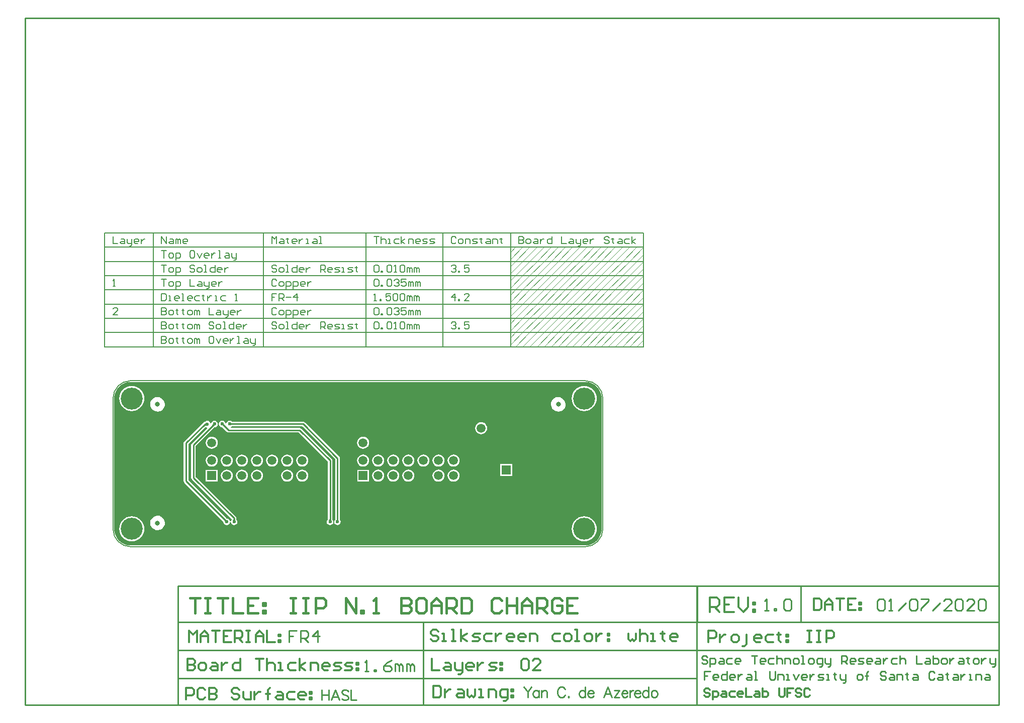
<source format=gtl>
G04*
G04 #@! TF.GenerationSoftware,Altium Limited,Altium Designer,20.2.6 (244)*
G04*
G04 Layer_Physical_Order=1*
G04 Layer_Color=255*
%FSLAX25Y25*%
%MOIN*%
G70*
G04*
G04 #@! TF.SameCoordinates,3E3B523F-315C-4B3F-A4B6-921EA6806A06*
G04*
G04*
G04 #@! TF.FilePolarity,Positive*
G04*
G01*
G75*
%ADD10C,0.00787*%
%ADD11C,0.01000*%
%ADD14C,0.00100*%
%ADD15C,0.01299*%
%ADD16C,0.01378*%
%ADD17C,0.01575*%
%ADD18C,0.03200*%
%ADD25C,0.05906*%
%ADD26C,0.14567*%
%ADD27R,0.05906X0.05906*%
%ADD28R,0.06000X0.06000*%
%ADD29C,0.06000*%
%ADD30C,0.02362*%
G36*
X11811Y109433D02*
X312992D01*
X313714Y109433D01*
X315144Y109245D01*
X316538Y108872D01*
X317871Y108319D01*
X319121Y107598D01*
X320266Y106720D01*
X321286Y105699D01*
X322165Y104554D01*
X322886Y103305D01*
X323439Y101971D01*
X323812Y100577D01*
X324000Y99147D01*
X324000Y98425D01*
X324000Y11811D01*
X324000Y11089D01*
X323812Y9659D01*
X323438Y8265D01*
X322886Y6932D01*
X322165Y5682D01*
X321286Y4537D01*
X320266Y3517D01*
X319121Y2638D01*
X317871Y1917D01*
X316538Y1365D01*
X315144Y991D01*
X313714Y803D01*
X312992Y803D01*
X11811D01*
X11089Y803D01*
X9659Y991D01*
X8265Y1365D01*
X6932Y1917D01*
X5682Y2638D01*
X4537Y3517D01*
X3517Y4537D01*
X2638Y5682D01*
X1917Y6932D01*
X1365Y8265D01*
X991Y9659D01*
X803Y11089D01*
X803Y11811D01*
Y98425D01*
X803Y99147D01*
X991Y100577D01*
X1364Y101971D01*
X1917Y103305D01*
X2638Y104554D01*
X3517Y105699D01*
X4537Y106720D01*
X5682Y107598D01*
X6932Y108319D01*
X8265Y108872D01*
X9659Y109245D01*
X11089Y109433D01*
X11811Y109433D01*
D02*
G37*
%LPC*%
G36*
X312402Y106749D02*
X310778Y106589D01*
X309216Y106115D01*
X307777Y105346D01*
X306516Y104311D01*
X305481Y103050D01*
X304712Y101611D01*
X304238Y100049D01*
X304078Y98425D01*
X304238Y96801D01*
X304712Y95240D01*
X305481Y93801D01*
X306516Y92540D01*
X307777Y91504D01*
X309216Y90735D01*
X310778Y90262D01*
X312402Y90102D01*
X314025Y90262D01*
X315587Y90735D01*
X317026Y91504D01*
X318287Y92540D01*
X319322Y93801D01*
X320092Y95240D01*
X320565Y96801D01*
X320725Y98425D01*
X320565Y100049D01*
X320092Y101611D01*
X319322Y103050D01*
X318287Y104311D01*
X317026Y105346D01*
X315587Y106115D01*
X314025Y106589D01*
X312402Y106749D01*
D02*
G37*
G36*
X12402D02*
X10778Y106589D01*
X9216Y106115D01*
X7777Y105346D01*
X6516Y104311D01*
X5481Y103050D01*
X4712Y101611D01*
X4238Y100049D01*
X4078Y98425D01*
X4238Y96801D01*
X4712Y95240D01*
X5481Y93801D01*
X6516Y92540D01*
X7777Y91504D01*
X9216Y90735D01*
X10778Y90262D01*
X12402Y90102D01*
X14025Y90262D01*
X15587Y90735D01*
X17026Y91504D01*
X18287Y92540D01*
X19322Y93801D01*
X20091Y95240D01*
X20565Y96801D01*
X20725Y98425D01*
X20565Y100049D01*
X20091Y101611D01*
X19322Y103050D01*
X18287Y104311D01*
X17026Y105346D01*
X15587Y106115D01*
X14025Y106589D01*
X12402Y106749D01*
D02*
G37*
G36*
X295076Y99336D02*
X293839Y99134D01*
X292695Y98624D01*
X291719Y97838D01*
X290975Y96829D01*
X290514Y95664D01*
X290366Y94420D01*
X290453Y93799D01*
X290453D01*
X290566Y93165D01*
X291111Y91998D01*
X291938Y91010D01*
X292990Y90267D01*
X294199Y89819D01*
X295481Y89697D01*
X296752Y89909D01*
X297926Y90439D01*
X298425Y90847D01*
X298425Y90847D01*
X298425Y90847D01*
X298895Y91261D01*
X299593Y92301D01*
X300002Y93486D01*
X300095Y94735D01*
X299866Y95968D01*
X299331Y97100D01*
X298523Y98059D01*
X297498Y98779D01*
X296323Y99215D01*
X295076Y99336D01*
D02*
G37*
G36*
X29328D02*
X28091Y99134D01*
X26947Y98624D01*
X25971Y97838D01*
X25227Y96829D01*
X24766Y95664D01*
X24618Y94420D01*
X24705Y93799D01*
X24705D01*
X24818Y93165D01*
X25363Y91998D01*
X26190Y91010D01*
X27242Y90267D01*
X28451Y89819D01*
X29733Y89697D01*
X31004Y89909D01*
X32178Y90439D01*
X32677Y90847D01*
X32677Y90847D01*
X32677Y90847D01*
X33147Y91261D01*
X33845Y92301D01*
X34254Y93486D01*
X34347Y94735D01*
X34118Y95968D01*
X33583Y97100D01*
X32776Y98059D01*
X31750Y98779D01*
X30575Y99215D01*
X29328Y99336D01*
D02*
G37*
G36*
X67272Y83720D02*
X66421Y83551D01*
X65699Y83069D01*
X65217Y82347D01*
X65135Y81930D01*
X64625D01*
X64555Y82284D01*
X64073Y83005D01*
X63351Y83487D01*
X62500Y83656D01*
X61649Y83487D01*
X60927Y83005D01*
X60885Y82941D01*
X60404Y82845D01*
X59907Y82514D01*
X47344Y69950D01*
X47012Y69454D01*
X46896Y68869D01*
Y43504D01*
X47012Y42919D01*
X47344Y42423D01*
X73151Y16616D01*
X73162Y16600D01*
X73178Y16575D01*
X73170Y16535D01*
X73339Y15684D01*
X73821Y14963D01*
X74543Y14481D01*
X75394Y14312D01*
X76245Y14481D01*
X76966Y14963D01*
X77448Y15684D01*
X77618Y16535D01*
X77448Y17386D01*
X76966Y18108D01*
X76245Y18590D01*
X75394Y18759D01*
X75354Y18751D01*
X75329Y18767D01*
X75314Y18778D01*
X49955Y44137D01*
Y68235D01*
X61318Y79599D01*
X61649Y79378D01*
X62178Y79273D01*
X62343Y78730D01*
X52265Y68652D01*
X51933Y68156D01*
X51817Y67571D01*
Y45768D01*
X51933Y45182D01*
X52265Y44686D01*
X78450Y18501D01*
X78742Y18108D01*
X78260Y17386D01*
X78091Y16535D01*
X78260Y15684D01*
X78742Y14963D01*
X79464Y14481D01*
X80315Y14312D01*
X81166Y14481D01*
X81888Y14963D01*
X82370Y15684D01*
X82539Y16535D01*
X82370Y17386D01*
X81888Y18108D01*
X81854Y18131D01*
X81847Y18159D01*
X81844Y18178D01*
Y18799D01*
X81728Y19385D01*
X81396Y19881D01*
X54876Y46401D01*
Y66937D01*
X67192Y79253D01*
X67207Y79264D01*
X67232Y79280D01*
X67272Y79272D01*
X68123Y79441D01*
X68844Y79924D01*
X69327Y80645D01*
X69496Y81496D01*
X69327Y82347D01*
X68844Y83069D01*
X68123Y83551D01*
X67272Y83720D01*
D02*
G37*
G36*
X77362D02*
X76511Y83551D01*
X75790Y83069D01*
X75308Y82347D01*
X75265Y82132D01*
X74701Y81858D01*
X74581Y81919D01*
X74496Y82347D01*
X74013Y83069D01*
X73292Y83551D01*
X72441Y83720D01*
X71590Y83551D01*
X70868Y83069D01*
X70386Y82347D01*
X70217Y81496D01*
X70386Y80645D01*
X70868Y79924D01*
X71590Y79441D01*
X72441Y79272D01*
X72481Y79280D01*
X72505Y79264D01*
X72521Y79253D01*
X75493Y76281D01*
X75990Y75949D01*
X76575Y75833D01*
X123087D01*
X142368Y56551D01*
Y18178D01*
X142365Y18159D01*
X142359Y18131D01*
X142325Y18108D01*
X141843Y17386D01*
X141674Y16535D01*
X141843Y15684D01*
X142325Y14963D01*
X143047Y14481D01*
X143898Y14312D01*
X144749Y14481D01*
X145470Y14963D01*
X145952Y15684D01*
X146122Y16535D01*
X145952Y17386D01*
X145470Y18108D01*
X145436Y18131D01*
X145430Y18159D01*
X145427Y18178D01*
Y57185D01*
X145311Y57770D01*
X144979Y58267D01*
X124802Y78444D01*
X124306Y78775D01*
X123721Y78892D01*
X78012D01*
X77962Y79392D01*
X78213Y79441D01*
X78935Y79924D01*
X78957Y79957D01*
X78986Y79964D01*
X79005Y79967D01*
X125449D01*
X147290Y58126D01*
Y18178D01*
X147287Y18159D01*
X147280Y18131D01*
X147246Y18108D01*
X146764Y17386D01*
X146595Y16535D01*
X146764Y15684D01*
X147246Y14963D01*
X147968Y14481D01*
X148819Y14312D01*
X149670Y14481D01*
X150391Y14963D01*
X150873Y15684D01*
X151043Y16535D01*
X150873Y17386D01*
X150391Y18108D01*
X150358Y18131D01*
X150351Y18159D01*
X150348Y18178D01*
Y58760D01*
X150232Y59345D01*
X149900Y59841D01*
X127164Y82578D01*
X126668Y82909D01*
X126083Y83025D01*
X79005D01*
X78986Y83028D01*
X78957Y83035D01*
X78935Y83069D01*
X78213Y83551D01*
X77362Y83720D01*
D02*
G37*
G36*
X244094Y82727D02*
X243063Y82591D01*
X242101Y82193D01*
X241275Y81559D01*
X240642Y80734D01*
X240244Y79772D01*
X240108Y78740D01*
X240244Y77708D01*
X240642Y76747D01*
X241275Y75921D01*
X242101Y75287D01*
X243063Y74889D01*
X244094Y74753D01*
X245126Y74889D01*
X246088Y75287D01*
X246914Y75921D01*
X247547Y76747D01*
X247945Y77708D01*
X248081Y78740D01*
X247945Y79772D01*
X247547Y80734D01*
X246914Y81559D01*
X246088Y82193D01*
X245126Y82591D01*
X244094Y82727D01*
D02*
G37*
G36*
X165866Y73081D02*
X164834Y72945D01*
X163873Y72547D01*
X163047Y71914D01*
X162413Y71088D01*
X162015Y70126D01*
X161879Y69095D01*
X162015Y68063D01*
X162413Y67101D01*
X163047Y66275D01*
X163873Y65642D01*
X164834Y65244D01*
X165866Y65108D01*
X166898Y65244D01*
X167860Y65642D01*
X168685Y66275D01*
X169319Y67101D01*
X169717Y68063D01*
X169853Y69095D01*
X169717Y70126D01*
X169319Y71088D01*
X168685Y71914D01*
X167860Y72547D01*
X166898Y72945D01*
X165866Y73081D01*
D02*
G37*
G36*
X65472D02*
X64441Y72945D01*
X63479Y72547D01*
X62653Y71914D01*
X62020Y71088D01*
X61621Y70126D01*
X61486Y69095D01*
X61621Y68063D01*
X62020Y67101D01*
X62653Y66275D01*
X63479Y65642D01*
X64441Y65244D01*
X65472Y65108D01*
X66504Y65244D01*
X67466Y65642D01*
X68292Y66275D01*
X68925Y67101D01*
X69323Y68063D01*
X69459Y69095D01*
X69323Y70126D01*
X68925Y71088D01*
X68292Y71914D01*
X67466Y72547D01*
X66504Y72945D01*
X65472Y73081D01*
D02*
G37*
G36*
X125472Y61152D02*
X124441Y61016D01*
X123479Y60618D01*
X122653Y59984D01*
X122020Y59159D01*
X121621Y58197D01*
X121486Y57165D01*
X121621Y56134D01*
X122020Y55172D01*
X122653Y54346D01*
X123479Y53713D01*
X124441Y53314D01*
X125472Y53179D01*
X126504Y53314D01*
X127466Y53713D01*
X128292Y54346D01*
X128925Y55172D01*
X129323Y56134D01*
X129459Y57165D01*
X129323Y58197D01*
X128925Y59159D01*
X128292Y59984D01*
X127466Y60618D01*
X126504Y61016D01*
X125472Y61152D01*
D02*
G37*
G36*
X115472D02*
X114441Y61016D01*
X113479Y60618D01*
X112653Y59984D01*
X112020Y59159D01*
X111621Y58197D01*
X111486Y57165D01*
X111621Y56134D01*
X112020Y55172D01*
X112653Y54346D01*
X113479Y53713D01*
X114441Y53314D01*
X115472Y53179D01*
X116504Y53314D01*
X117466Y53713D01*
X118292Y54346D01*
X118925Y55172D01*
X119324Y56134D01*
X119459Y57165D01*
X119324Y58197D01*
X118925Y59159D01*
X118292Y59984D01*
X117466Y60618D01*
X116504Y61016D01*
X115472Y61152D01*
D02*
G37*
G36*
X105472D02*
X104441Y61016D01*
X103479Y60618D01*
X102653Y59984D01*
X102020Y59159D01*
X101621Y58197D01*
X101486Y57165D01*
X101621Y56134D01*
X102020Y55172D01*
X102653Y54346D01*
X103479Y53713D01*
X104441Y53314D01*
X105472Y53179D01*
X106504Y53314D01*
X107466Y53713D01*
X108292Y54346D01*
X108925Y55172D01*
X109324Y56134D01*
X109459Y57165D01*
X109324Y58197D01*
X108925Y59159D01*
X108292Y59984D01*
X107466Y60618D01*
X106504Y61016D01*
X105472Y61152D01*
D02*
G37*
G36*
X95472D02*
X94441Y61016D01*
X93479Y60618D01*
X92653Y59984D01*
X92020Y59159D01*
X91621Y58197D01*
X91486Y57165D01*
X91621Y56134D01*
X92020Y55172D01*
X92653Y54346D01*
X93479Y53713D01*
X94441Y53314D01*
X95472Y53179D01*
X96504Y53314D01*
X97466Y53713D01*
X98292Y54346D01*
X98925Y55172D01*
X99323Y56134D01*
X99459Y57165D01*
X99323Y58197D01*
X98925Y59159D01*
X98292Y59984D01*
X97466Y60618D01*
X96504Y61016D01*
X95472Y61152D01*
D02*
G37*
G36*
X85472D02*
X84441Y61016D01*
X83479Y60618D01*
X82653Y59984D01*
X82020Y59159D01*
X81621Y58197D01*
X81486Y57165D01*
X81621Y56134D01*
X82020Y55172D01*
X82653Y54346D01*
X83479Y53713D01*
X84441Y53314D01*
X85472Y53179D01*
X86504Y53314D01*
X87466Y53713D01*
X88292Y54346D01*
X88925Y55172D01*
X89324Y56134D01*
X89459Y57165D01*
X89324Y58197D01*
X88925Y59159D01*
X88292Y59984D01*
X87466Y60618D01*
X86504Y61016D01*
X85472Y61152D01*
D02*
G37*
G36*
X75472D02*
X74441Y61016D01*
X73479Y60618D01*
X72653Y59984D01*
X72020Y59159D01*
X71621Y58197D01*
X71486Y57165D01*
X71621Y56134D01*
X72020Y55172D01*
X72653Y54346D01*
X73479Y53713D01*
X74441Y53314D01*
X75472Y53179D01*
X76504Y53314D01*
X77466Y53713D01*
X78292Y54346D01*
X78925Y55172D01*
X79324Y56134D01*
X79459Y57165D01*
X79324Y58197D01*
X78925Y59159D01*
X78292Y59984D01*
X77466Y60618D01*
X76504Y61016D01*
X75472Y61152D01*
D02*
G37*
G36*
X65472D02*
X64441Y61016D01*
X63479Y60618D01*
X62653Y59984D01*
X62020Y59159D01*
X61621Y58197D01*
X61486Y57165D01*
X61621Y56134D01*
X62020Y55172D01*
X62653Y54346D01*
X63479Y53713D01*
X64441Y53314D01*
X65472Y53179D01*
X66504Y53314D01*
X67466Y53713D01*
X68292Y54346D01*
X68925Y55172D01*
X69323Y56134D01*
X69459Y57165D01*
X69323Y58197D01*
X68925Y59159D01*
X68292Y59984D01*
X67466Y60618D01*
X66504Y61016D01*
X65472Y61152D01*
D02*
G37*
G36*
X225866Y61152D02*
X224834Y61016D01*
X223873Y60618D01*
X223047Y59984D01*
X222413Y59159D01*
X222015Y58197D01*
X221879Y57165D01*
X222015Y56134D01*
X222413Y55172D01*
X223047Y54346D01*
X223873Y53713D01*
X224834Y53314D01*
X225866Y53179D01*
X226898Y53314D01*
X227860Y53713D01*
X228685Y54346D01*
X229319Y55172D01*
X229717Y56134D01*
X229853Y57165D01*
X229717Y58197D01*
X229319Y59159D01*
X228685Y59984D01*
X227860Y60618D01*
X226898Y61016D01*
X225866Y61152D01*
D02*
G37*
G36*
X215866D02*
X214834Y61016D01*
X213873Y60618D01*
X213047Y59984D01*
X212413Y59159D01*
X212015Y58197D01*
X211879Y57165D01*
X212015Y56134D01*
X212413Y55172D01*
X213047Y54346D01*
X213873Y53713D01*
X214834Y53314D01*
X215866Y53179D01*
X216898Y53314D01*
X217860Y53713D01*
X218685Y54346D01*
X219319Y55172D01*
X219717Y56134D01*
X219853Y57165D01*
X219717Y58197D01*
X219319Y59159D01*
X218685Y59984D01*
X217860Y60618D01*
X216898Y61016D01*
X215866Y61152D01*
D02*
G37*
G36*
X205866D02*
X204834Y61016D01*
X203873Y60618D01*
X203047Y59984D01*
X202413Y59159D01*
X202015Y58197D01*
X201879Y57165D01*
X202015Y56134D01*
X202413Y55172D01*
X203047Y54346D01*
X203873Y53713D01*
X204834Y53314D01*
X205866Y53179D01*
X206898Y53314D01*
X207860Y53713D01*
X208685Y54346D01*
X209319Y55172D01*
X209717Y56134D01*
X209853Y57165D01*
X209717Y58197D01*
X209319Y59159D01*
X208685Y59984D01*
X207860Y60618D01*
X206898Y61016D01*
X205866Y61152D01*
D02*
G37*
G36*
X195866D02*
X194834Y61016D01*
X193873Y60618D01*
X193047Y59984D01*
X192413Y59159D01*
X192015Y58197D01*
X191879Y57165D01*
X192015Y56134D01*
X192413Y55172D01*
X193047Y54346D01*
X193873Y53713D01*
X194834Y53314D01*
X195866Y53179D01*
X196898Y53314D01*
X197860Y53713D01*
X198685Y54346D01*
X199319Y55172D01*
X199717Y56134D01*
X199853Y57165D01*
X199717Y58197D01*
X199319Y59159D01*
X198685Y59984D01*
X197860Y60618D01*
X196898Y61016D01*
X195866Y61152D01*
D02*
G37*
G36*
X185866D02*
X184834Y61016D01*
X183873Y60618D01*
X183047Y59984D01*
X182413Y59159D01*
X182015Y58197D01*
X181879Y57165D01*
X182015Y56134D01*
X182413Y55172D01*
X183047Y54346D01*
X183873Y53713D01*
X184834Y53314D01*
X185866Y53179D01*
X186898Y53314D01*
X187860Y53713D01*
X188685Y54346D01*
X189319Y55172D01*
X189717Y56134D01*
X189853Y57165D01*
X189717Y58197D01*
X189319Y59159D01*
X188685Y59984D01*
X187860Y60618D01*
X186898Y61016D01*
X185866Y61152D01*
D02*
G37*
G36*
X175866D02*
X174834Y61016D01*
X173873Y60618D01*
X173047Y59984D01*
X172413Y59159D01*
X172015Y58197D01*
X171879Y57165D01*
X172015Y56134D01*
X172413Y55172D01*
X173047Y54346D01*
X173873Y53713D01*
X174834Y53314D01*
X175866Y53179D01*
X176898Y53314D01*
X177860Y53713D01*
X178685Y54346D01*
X179319Y55172D01*
X179717Y56134D01*
X179853Y57165D01*
X179717Y58197D01*
X179319Y59159D01*
X178685Y59984D01*
X177860Y60618D01*
X176898Y61016D01*
X175866Y61152D01*
D02*
G37*
G36*
X165866D02*
X164834Y61016D01*
X163873Y60618D01*
X163047Y59984D01*
X162413Y59159D01*
X162015Y58197D01*
X161879Y57165D01*
X162015Y56134D01*
X162413Y55172D01*
X163047Y54346D01*
X163873Y53713D01*
X164834Y53314D01*
X165866Y53179D01*
X166898Y53314D01*
X167860Y53713D01*
X168685Y54346D01*
X169319Y55172D01*
X169717Y56134D01*
X169853Y57165D01*
X169717Y58197D01*
X169319Y59159D01*
X168685Y59984D01*
X167860Y60618D01*
X166898Y61016D01*
X165866Y61152D01*
D02*
G37*
G36*
X264827Y54787D02*
X256827D01*
Y46787D01*
X264827D01*
Y54787D01*
D02*
G37*
G36*
X69425Y51118D02*
X61520D01*
Y43213D01*
X69425D01*
Y51118D01*
D02*
G37*
G36*
X169819Y51118D02*
X161913D01*
Y43213D01*
X169819D01*
Y51118D01*
D02*
G37*
G36*
X125472Y51152D02*
X124441Y51016D01*
X123479Y50618D01*
X122653Y49984D01*
X122020Y49159D01*
X121621Y48197D01*
X121486Y47165D01*
X121621Y46134D01*
X122020Y45172D01*
X122653Y44346D01*
X123479Y43713D01*
X124441Y43314D01*
X125472Y43178D01*
X126504Y43314D01*
X127466Y43713D01*
X128292Y44346D01*
X128925Y45172D01*
X129323Y46134D01*
X129459Y47165D01*
X129323Y48197D01*
X128925Y49159D01*
X128292Y49984D01*
X127466Y50618D01*
X126504Y51016D01*
X125472Y51152D01*
D02*
G37*
G36*
X115472D02*
X114441Y51016D01*
X113479Y50618D01*
X112653Y49984D01*
X112020Y49159D01*
X111621Y48197D01*
X111486Y47165D01*
X111621Y46134D01*
X112020Y45172D01*
X112653Y44346D01*
X113479Y43713D01*
X114441Y43314D01*
X115472Y43178D01*
X116504Y43314D01*
X117466Y43713D01*
X118292Y44346D01*
X118925Y45172D01*
X119324Y46134D01*
X119459Y47165D01*
X119324Y48197D01*
X118925Y49159D01*
X118292Y49984D01*
X117466Y50618D01*
X116504Y51016D01*
X115472Y51152D01*
D02*
G37*
G36*
X95472D02*
X94441Y51016D01*
X93479Y50618D01*
X92653Y49984D01*
X92020Y49159D01*
X91621Y48197D01*
X91486Y47165D01*
X91621Y46134D01*
X92020Y45172D01*
X92653Y44346D01*
X93479Y43713D01*
X94441Y43314D01*
X95472Y43178D01*
X96504Y43314D01*
X97466Y43713D01*
X98292Y44346D01*
X98925Y45172D01*
X99323Y46134D01*
X99459Y47165D01*
X99323Y48197D01*
X98925Y49159D01*
X98292Y49984D01*
X97466Y50618D01*
X96504Y51016D01*
X95472Y51152D01*
D02*
G37*
G36*
X85472D02*
X84441Y51016D01*
X83479Y50618D01*
X82653Y49984D01*
X82020Y49159D01*
X81621Y48197D01*
X81486Y47165D01*
X81621Y46134D01*
X82020Y45172D01*
X82653Y44346D01*
X83479Y43713D01*
X84441Y43314D01*
X85472Y43178D01*
X86504Y43314D01*
X87466Y43713D01*
X88292Y44346D01*
X88925Y45172D01*
X89324Y46134D01*
X89459Y47165D01*
X89324Y48197D01*
X88925Y49159D01*
X88292Y49984D01*
X87466Y50618D01*
X86504Y51016D01*
X85472Y51152D01*
D02*
G37*
G36*
X75472D02*
X74441Y51016D01*
X73479Y50618D01*
X72653Y49984D01*
X72020Y49159D01*
X71621Y48197D01*
X71486Y47165D01*
X71621Y46134D01*
X72020Y45172D01*
X72653Y44346D01*
X73479Y43713D01*
X74441Y43314D01*
X75472Y43178D01*
X76504Y43314D01*
X77466Y43713D01*
X78292Y44346D01*
X78925Y45172D01*
X79324Y46134D01*
X79459Y47165D01*
X79324Y48197D01*
X78925Y49159D01*
X78292Y49984D01*
X77466Y50618D01*
X76504Y51016D01*
X75472Y51152D01*
D02*
G37*
G36*
X225866Y51152D02*
X224834Y51016D01*
X223873Y50618D01*
X223047Y49984D01*
X222413Y49159D01*
X222015Y48197D01*
X221879Y47165D01*
X222015Y46134D01*
X222413Y45172D01*
X223047Y44346D01*
X223873Y43713D01*
X224834Y43314D01*
X225866Y43178D01*
X226898Y43314D01*
X227860Y43713D01*
X228685Y44346D01*
X229319Y45172D01*
X229717Y46134D01*
X229853Y47165D01*
X229717Y48197D01*
X229319Y49159D01*
X228685Y49984D01*
X227860Y50618D01*
X226898Y51016D01*
X225866Y51152D01*
D02*
G37*
G36*
X215866D02*
X214834Y51016D01*
X213873Y50618D01*
X213047Y49984D01*
X212413Y49159D01*
X212015Y48197D01*
X211879Y47165D01*
X212015Y46134D01*
X212413Y45172D01*
X213047Y44346D01*
X213873Y43713D01*
X214834Y43314D01*
X215866Y43178D01*
X216898Y43314D01*
X217860Y43713D01*
X218685Y44346D01*
X219319Y45172D01*
X219717Y46134D01*
X219853Y47165D01*
X219717Y48197D01*
X219319Y49159D01*
X218685Y49984D01*
X217860Y50618D01*
X216898Y51016D01*
X215866Y51152D01*
D02*
G37*
G36*
X195866D02*
X194834Y51016D01*
X193873Y50618D01*
X193047Y49984D01*
X192413Y49159D01*
X192015Y48197D01*
X191879Y47165D01*
X192015Y46134D01*
X192413Y45172D01*
X193047Y44346D01*
X193873Y43713D01*
X194834Y43314D01*
X195866Y43178D01*
X196898Y43314D01*
X197860Y43713D01*
X198685Y44346D01*
X199319Y45172D01*
X199717Y46134D01*
X199853Y47165D01*
X199717Y48197D01*
X199319Y49159D01*
X198685Y49984D01*
X197860Y50618D01*
X196898Y51016D01*
X195866Y51152D01*
D02*
G37*
G36*
X185866D02*
X184834Y51016D01*
X183873Y50618D01*
X183047Y49984D01*
X182413Y49159D01*
X182015Y48197D01*
X181879Y47165D01*
X182015Y46134D01*
X182413Y45172D01*
X183047Y44346D01*
X183873Y43713D01*
X184834Y43314D01*
X185866Y43178D01*
X186898Y43314D01*
X187860Y43713D01*
X188685Y44346D01*
X189319Y45172D01*
X189717Y46134D01*
X189853Y47165D01*
X189717Y48197D01*
X189319Y49159D01*
X188685Y49984D01*
X187860Y50618D01*
X186898Y51016D01*
X185866Y51152D01*
D02*
G37*
G36*
X175866D02*
X174834Y51016D01*
X173873Y50618D01*
X173047Y49984D01*
X172413Y49159D01*
X172015Y48197D01*
X171879Y47165D01*
X172015Y46134D01*
X172413Y45172D01*
X173047Y44346D01*
X173873Y43713D01*
X174834Y43314D01*
X175866Y43178D01*
X176898Y43314D01*
X177860Y43713D01*
X178685Y44346D01*
X179319Y45172D01*
X179717Y46134D01*
X179853Y47165D01*
X179717Y48197D01*
X179319Y49159D01*
X178685Y49984D01*
X177860Y50618D01*
X176898Y51016D01*
X175866Y51152D01*
D02*
G37*
G36*
X29328Y20595D02*
X28091Y20394D01*
X26947Y19883D01*
X25971Y19098D01*
X25227Y18089D01*
X24766Y16924D01*
X24618Y15679D01*
X24705Y15059D01*
X24705D01*
X24818Y14425D01*
X25363Y13258D01*
X26190Y12269D01*
X27242Y11527D01*
X28451Y11079D01*
X29733Y10957D01*
X31004Y11168D01*
X32178Y11699D01*
X32677Y12106D01*
X32677Y12106D01*
X32677Y12106D01*
X33147Y12520D01*
X33845Y13561D01*
X34254Y14746D01*
X34347Y15995D01*
X34118Y17227D01*
X33583Y18360D01*
X32776Y19319D01*
X31750Y20039D01*
X30575Y20475D01*
X29328Y20595D01*
D02*
G37*
G36*
X312402Y20135D02*
X310778Y19975D01*
X309216Y19501D01*
X307777Y18732D01*
X306516Y17697D01*
X305481Y16435D01*
X304712Y14996D01*
X304238Y13435D01*
X304078Y11811D01*
X304238Y10187D01*
X304712Y8626D01*
X305481Y7187D01*
X306516Y5925D01*
X307777Y4890D01*
X309216Y4121D01*
X310778Y3647D01*
X312402Y3488D01*
X314025Y3647D01*
X315587Y4121D01*
X317026Y4890D01*
X318287Y5925D01*
X319322Y7187D01*
X320092Y8626D01*
X320565Y10187D01*
X320725Y11811D01*
X320565Y13435D01*
X320092Y14996D01*
X319322Y16435D01*
X318287Y17697D01*
X317026Y18732D01*
X315587Y19501D01*
X314025Y19975D01*
X312402Y20135D01*
D02*
G37*
G36*
X12402D02*
X10778Y19975D01*
X9216Y19501D01*
X7777Y18732D01*
X6516Y17697D01*
X5481Y16435D01*
X4712Y14996D01*
X4238Y13435D01*
X4078Y11811D01*
X4238Y10187D01*
X4712Y8626D01*
X5481Y7187D01*
X6516Y5925D01*
X7777Y4890D01*
X9216Y4121D01*
X10778Y3647D01*
X12402Y3488D01*
X14025Y3647D01*
X15587Y4121D01*
X17026Y4890D01*
X18287Y5925D01*
X19322Y7187D01*
X20091Y8626D01*
X20565Y10187D01*
X20725Y11811D01*
X20565Y13435D01*
X20091Y14996D01*
X19322Y16435D01*
X18287Y17697D01*
X17026Y18732D01*
X15587Y19501D01*
X14025Y19975D01*
X12402Y20135D01*
D02*
G37*
%LPD*%
G36*
X67260Y80315D02*
X67169Y80312D01*
X67078Y80299D01*
X66988Y80278D01*
X66898Y80248D01*
X66808Y80210D01*
X66719Y80162D01*
X66631Y80106D01*
X66543Y80041D01*
X66455Y79967D01*
X66368Y79885D01*
X65661Y80592D01*
X65743Y80679D01*
X65817Y80767D01*
X65882Y80855D01*
X65938Y80943D01*
X65986Y81032D01*
X66024Y81122D01*
X66054Y81212D01*
X66075Y81302D01*
X66088Y81393D01*
X66091Y81484D01*
X67260Y80315D01*
D02*
G37*
G36*
X80818Y18194D02*
X80828Y18080D01*
X80844Y17972D01*
X80867Y17869D01*
X80897Y17773D01*
X80933Y17682D01*
X80975Y17598D01*
X81024Y17519D01*
X81080Y17446D01*
X81142Y17379D01*
X79488D01*
X79550Y17446D01*
X79606Y17519D01*
X79655Y17598D01*
X79697Y17682D01*
X79733Y17773D01*
X79763Y17869D01*
X79786Y17972D01*
X79802Y18080D01*
X79812Y18194D01*
X79815Y18314D01*
X80815D01*
X80818Y18194D01*
D02*
G37*
G36*
X74577Y18064D02*
X74664Y17990D01*
X74752Y17925D01*
X74841Y17869D01*
X74930Y17822D01*
X75020Y17783D01*
X75109Y17753D01*
X75200Y17732D01*
X75291Y17720D01*
X75382Y17717D01*
X74213Y16547D01*
X74209Y16638D01*
X74197Y16729D01*
X74176Y16820D01*
X74146Y16910D01*
X74107Y16999D01*
X74060Y17088D01*
X74004Y17177D01*
X73939Y17265D01*
X73865Y17352D01*
X73782Y17440D01*
X74489Y18147D01*
X74577Y18064D01*
D02*
G37*
G36*
X78273Y82261D02*
X78346Y82205D01*
X78424Y82156D01*
X78509Y82114D01*
X78600Y82078D01*
X78696Y82048D01*
X78799Y82025D01*
X78907Y82009D01*
X79021Y81999D01*
X79141Y81996D01*
Y80996D01*
X79021Y80993D01*
X78907Y80983D01*
X78799Y80967D01*
X78696Y80944D01*
X78600Y80914D01*
X78509Y80878D01*
X78424Y80836D01*
X78346Y80787D01*
X78273Y80731D01*
X78206Y80669D01*
Y82323D01*
X78273Y82261D01*
D02*
G37*
G36*
X73625Y81393D02*
X73638Y81302D01*
X73659Y81212D01*
X73689Y81122D01*
X73727Y81032D01*
X73775Y80943D01*
X73831Y80855D01*
X73896Y80767D01*
X73970Y80679D01*
X74052Y80592D01*
X73345Y79885D01*
X73258Y79967D01*
X73170Y80041D01*
X73082Y80106D01*
X72994Y80162D01*
X72905Y80210D01*
X72815Y80248D01*
X72725Y80278D01*
X72635Y80299D01*
X72544Y80312D01*
X72453Y80315D01*
X73622Y81484D01*
X73625Y81393D01*
D02*
G37*
G36*
X149322Y18194D02*
X149332Y18080D01*
X149348Y17972D01*
X149371Y17869D01*
X149401Y17773D01*
X149436Y17682D01*
X149479Y17598D01*
X149528Y17519D01*
X149584Y17446D01*
X149646Y17379D01*
X147992D01*
X148054Y17446D01*
X148110Y17519D01*
X148159Y17598D01*
X148201Y17682D01*
X148237Y17773D01*
X148267Y17869D01*
X148290Y17972D01*
X148306Y18080D01*
X148316Y18194D01*
X148319Y18314D01*
X149319D01*
X149322Y18194D01*
D02*
G37*
G36*
X144401D02*
X144411Y18080D01*
X144427Y17972D01*
X144450Y17869D01*
X144479Y17773D01*
X144515Y17682D01*
X144558Y17598D01*
X144607Y17519D01*
X144662Y17446D01*
X144724Y17379D01*
X143071D01*
X143133Y17446D01*
X143189Y17519D01*
X143237Y17598D01*
X143280Y17682D01*
X143316Y17773D01*
X143345Y17869D01*
X143368Y17972D01*
X143385Y18080D01*
X143394Y18194D01*
X143398Y18314D01*
X144398D01*
X144401Y18194D01*
D02*
G37*
D10*
X324803Y98418D02*
G03*
X312985Y110236I-11818J0D01*
G01*
X313050Y0D02*
G03*
X324803Y11754I0J11754D01*
G01*
X0Y11663D02*
G03*
X11663Y0I11663J0D01*
G01*
X11793Y110236D02*
G03*
X0Y98443I0J-11793D01*
G01*
X12696Y110236D02*
X312985D01*
X324803Y11754D02*
Y98418D01*
X11663Y0D02*
X313050D01*
X0Y11663D02*
Y25591D01*
Y92520D01*
X11793Y110236D02*
X12696D01*
X0Y92520D02*
Y98443D01*
X-5607Y198819D02*
X351780D01*
X-5607Y208268D02*
X351780D01*
X-5607Y132677D02*
Y208268D01*
Y132677D02*
X26670D01*
X-5607Y142126D02*
X26670D01*
X-5607Y151575D02*
X26670D01*
X-5607Y161024D02*
X26670D01*
X-5607Y170473D02*
X26670D01*
X-5607Y179921D02*
X26670D01*
X-5607Y189370D02*
X26670D01*
Y132677D02*
Y208268D01*
Y132677D02*
X99878D01*
X26670Y142126D02*
X99878D01*
X26670Y151575D02*
X99878D01*
X26670Y161024D02*
X99878D01*
X26670Y170473D02*
X99878D01*
X26670Y179921D02*
X99878D01*
X26670Y189370D02*
X99878D01*
Y132677D02*
Y208268D01*
Y132677D02*
X167577D01*
X99878Y142126D02*
X167577D01*
X99878Y151575D02*
X167577D01*
X99878Y161024D02*
X167577D01*
X99878Y170473D02*
X167577D01*
X99878Y179921D02*
X167577D01*
X99878Y189370D02*
X167577D01*
Y132677D02*
Y208268D01*
Y132677D02*
X218745D01*
X167577Y142126D02*
X218745D01*
X167577Y151575D02*
X218745D01*
X167577Y161024D02*
X218745D01*
X167577Y170473D02*
X218745D01*
X167577Y179921D02*
X218745D01*
X167577Y189370D02*
X218745D01*
Y132677D02*
Y208268D01*
Y132677D02*
X263615D01*
X218745Y142126D02*
X263615D01*
X218745Y151575D02*
X263615D01*
X218745Y161024D02*
X263615D01*
X218745Y170473D02*
X263615D01*
X218745Y179921D02*
X263615D01*
X218745Y189370D02*
X263615D01*
Y132677D02*
Y208268D01*
Y132677D02*
X351780D01*
X263615Y142126D02*
X351780D01*
X263615Y151575D02*
X351780D01*
X263615Y161024D02*
X351780D01*
X263615Y170473D02*
X351780D01*
X263615Y179921D02*
X351780D01*
X263615Y189370D02*
X351780D01*
Y132677D02*
Y208268D01*
X-95Y205904D02*
Y201181D01*
X3054D01*
X5415Y204330D02*
X6990D01*
X7777Y203542D01*
Y201181D01*
X5415D01*
X4628Y201968D01*
X5415Y202755D01*
X7777D01*
X9351Y204330D02*
Y201968D01*
X10138Y201181D01*
X12500D01*
Y200394D01*
X11712Y199607D01*
X10925D01*
X12500Y201181D02*
Y204330D01*
X16435Y201181D02*
X14861D01*
X14074Y201968D01*
Y203542D01*
X14861Y204330D01*
X16435D01*
X17222Y203542D01*
Y202755D01*
X14074D01*
X18797Y204330D02*
Y201181D01*
Y202755D01*
X19584Y203542D01*
X20371Y204330D01*
X21158D01*
X3054Y153937D02*
X-95D01*
X3054Y157086D01*
Y157873D01*
X2267Y158660D01*
X692D01*
X-95Y157873D01*
Y172835D02*
X1480D01*
X692D01*
Y177558D01*
X-95Y176770D01*
X32182Y201181D02*
Y205904D01*
X35331Y201181D01*
Y205904D01*
X37692Y204330D02*
X39266D01*
X40053Y203542D01*
Y201181D01*
X37692D01*
X36905Y201968D01*
X37692Y202755D01*
X40053D01*
X41628Y201181D02*
Y204330D01*
X42415D01*
X43202Y203542D01*
Y201181D01*
Y203542D01*
X43989Y204330D01*
X44776Y203542D01*
Y201181D01*
X48712D02*
X47138D01*
X46350Y201968D01*
Y203542D01*
X47138Y204330D01*
X48712D01*
X49499Y203542D01*
Y202755D01*
X46350D01*
X32182Y139762D02*
Y135039D01*
X34543D01*
X35331Y135827D01*
Y136614D01*
X34543Y137401D01*
X32182D01*
X34543D01*
X35331Y138188D01*
Y138975D01*
X34543Y139762D01*
X32182D01*
X37692Y135039D02*
X39266D01*
X40053Y135827D01*
Y137401D01*
X39266Y138188D01*
X37692D01*
X36905Y137401D01*
Y135827D01*
X37692Y135039D01*
X42415Y138975D02*
Y138188D01*
X41628D01*
X43202D01*
X42415D01*
Y135827D01*
X43202Y135039D01*
X46350Y138975D02*
Y138188D01*
X45563D01*
X47138D01*
X46350D01*
Y135827D01*
X47138Y135039D01*
X50286D02*
X51861D01*
X52648Y135827D01*
Y137401D01*
X51861Y138188D01*
X50286D01*
X49499Y137401D01*
Y135827D01*
X50286Y135039D01*
X54222D02*
Y138188D01*
X55009D01*
X55796Y137401D01*
Y135039D01*
Y137401D01*
X56583Y138188D01*
X57371Y137401D01*
Y135039D01*
X66029Y139762D02*
X64455D01*
X63668Y138975D01*
Y135827D01*
X64455Y135039D01*
X66029D01*
X66816Y135827D01*
Y138975D01*
X66029Y139762D01*
X68391Y138188D02*
X69965Y135039D01*
X71539Y138188D01*
X75475Y135039D02*
X73901D01*
X73114Y135827D01*
Y137401D01*
X73901Y138188D01*
X75475D01*
X76262Y137401D01*
Y136614D01*
X73114D01*
X77836Y138188D02*
Y135039D01*
Y136614D01*
X78623Y137401D01*
X79411Y138188D01*
X80198D01*
X82559Y135039D02*
X84134D01*
X83346D01*
Y139762D01*
X82559D01*
X87282Y138188D02*
X88856D01*
X89644Y137401D01*
Y135039D01*
X87282D01*
X86495Y135827D01*
X87282Y136614D01*
X89644D01*
X91218Y138188D02*
Y135827D01*
X92005Y135039D01*
X94367D01*
Y134252D01*
X93579Y133465D01*
X92792D01*
X94367Y135039D02*
Y138188D01*
X32182Y149211D02*
Y144488D01*
X34543D01*
X35331Y145275D01*
Y146063D01*
X34543Y146850D01*
X32182D01*
X34543D01*
X35331Y147637D01*
Y148424D01*
X34543Y149211D01*
X32182D01*
X37692Y144488D02*
X39266D01*
X40053Y145275D01*
Y146850D01*
X39266Y147637D01*
X37692D01*
X36905Y146850D01*
Y145275D01*
X37692Y144488D01*
X42415Y148424D02*
Y147637D01*
X41628D01*
X43202D01*
X42415D01*
Y145275D01*
X43202Y144488D01*
X46350Y148424D02*
Y147637D01*
X45563D01*
X47138D01*
X46350D01*
Y145275D01*
X47138Y144488D01*
X50286D02*
X51861D01*
X52648Y145275D01*
Y146850D01*
X51861Y147637D01*
X50286D01*
X49499Y146850D01*
Y145275D01*
X50286Y144488D01*
X54222D02*
Y147637D01*
X55009D01*
X55796Y146850D01*
Y144488D01*
Y146850D01*
X56583Y147637D01*
X57371Y146850D01*
Y144488D01*
X66816Y148424D02*
X66029Y149211D01*
X64455D01*
X63668Y148424D01*
Y147637D01*
X64455Y146850D01*
X66029D01*
X66816Y146063D01*
Y145275D01*
X66029Y144488D01*
X64455D01*
X63668Y145275D01*
X69178Y144488D02*
X70752D01*
X71539Y145275D01*
Y146850D01*
X70752Y147637D01*
X69178D01*
X68391Y146850D01*
Y145275D01*
X69178Y144488D01*
X73114D02*
X74688D01*
X73901D01*
Y149211D01*
X73114D01*
X80198D02*
Y144488D01*
X77836D01*
X77049Y145275D01*
Y146850D01*
X77836Y147637D01*
X80198D01*
X84134Y144488D02*
X82559D01*
X81772Y145275D01*
Y146850D01*
X82559Y147637D01*
X84134D01*
X84921Y146850D01*
Y146063D01*
X81772D01*
X86495Y147637D02*
Y144488D01*
Y146063D01*
X87282Y146850D01*
X88069Y147637D01*
X88856D01*
X32182Y158660D02*
Y153937D01*
X34543D01*
X35331Y154724D01*
Y155511D01*
X34543Y156298D01*
X32182D01*
X34543D01*
X35331Y157086D01*
Y157873D01*
X34543Y158660D01*
X32182D01*
X37692Y153937D02*
X39266D01*
X40053Y154724D01*
Y156298D01*
X39266Y157086D01*
X37692D01*
X36905Y156298D01*
Y154724D01*
X37692Y153937D01*
X42415Y157873D02*
Y157086D01*
X41628D01*
X43202D01*
X42415D01*
Y154724D01*
X43202Y153937D01*
X46350Y157873D02*
Y157086D01*
X45563D01*
X47138D01*
X46350D01*
Y154724D01*
X47138Y153937D01*
X50286D02*
X51861D01*
X52648Y154724D01*
Y156298D01*
X51861Y157086D01*
X50286D01*
X49499Y156298D01*
Y154724D01*
X50286Y153937D01*
X54222D02*
Y157086D01*
X55009D01*
X55796Y156298D01*
Y153937D01*
Y156298D01*
X56583Y157086D01*
X57371Y156298D01*
Y153937D01*
X63668Y158660D02*
Y153937D01*
X66816D01*
X69178Y157086D02*
X70752D01*
X71539Y156298D01*
Y153937D01*
X69178D01*
X68391Y154724D01*
X69178Y155511D01*
X71539D01*
X73114Y157086D02*
Y154724D01*
X73901Y153937D01*
X76262D01*
Y153150D01*
X75475Y152363D01*
X74688D01*
X76262Y153937D02*
Y157086D01*
X80198Y153937D02*
X78623D01*
X77836Y154724D01*
Y156298D01*
X78623Y157086D01*
X80198D01*
X80985Y156298D01*
Y155511D01*
X77836D01*
X82559Y157086D02*
Y153937D01*
Y155511D01*
X83346Y156298D01*
X84134Y157086D01*
X84921D01*
X32182Y168109D02*
Y163386D01*
X34543D01*
X35331Y164173D01*
Y167322D01*
X34543Y168109D01*
X32182D01*
X36905Y163386D02*
X38479D01*
X37692D01*
Y166534D01*
X36905D01*
X43202Y163386D02*
X41628D01*
X40841Y164173D01*
Y165747D01*
X41628Y166534D01*
X43202D01*
X43989Y165747D01*
Y164960D01*
X40841D01*
X45563Y163386D02*
X47138D01*
X46350D01*
Y168109D01*
X45563D01*
X51861Y163386D02*
X50286D01*
X49499Y164173D01*
Y165747D01*
X50286Y166534D01*
X51861D01*
X52648Y165747D01*
Y164960D01*
X49499D01*
X57371Y166534D02*
X55009D01*
X54222Y165747D01*
Y164173D01*
X55009Y163386D01*
X57371D01*
X59732Y167322D02*
Y166534D01*
X58945D01*
X60519D01*
X59732D01*
Y164173D01*
X60519Y163386D01*
X62881Y166534D02*
Y163386D01*
Y164960D01*
X63668Y165747D01*
X64455Y166534D01*
X65242D01*
X67603Y163386D02*
X69178D01*
X68391D01*
Y166534D01*
X67603D01*
X74688D02*
X72326D01*
X71539Y165747D01*
Y164173D01*
X72326Y163386D01*
X74688D01*
X80985D02*
X82559D01*
X81772D01*
Y168109D01*
X80985Y167322D01*
X32182Y177558D02*
X35331D01*
X33756D01*
Y172835D01*
X37692D02*
X39266D01*
X40053Y173622D01*
Y175196D01*
X39266Y175983D01*
X37692D01*
X36905Y175196D01*
Y173622D01*
X37692Y172835D01*
X41628Y171260D02*
Y175983D01*
X43989D01*
X44776Y175196D01*
Y173622D01*
X43989Y172835D01*
X41628D01*
X51073Y177558D02*
Y172835D01*
X54222D01*
X56583Y175983D02*
X58158D01*
X58945Y175196D01*
Y172835D01*
X56583D01*
X55796Y173622D01*
X56583Y174409D01*
X58945D01*
X60519Y175983D02*
Y173622D01*
X61306Y172835D01*
X63668D01*
Y172047D01*
X62881Y171260D01*
X62093D01*
X63668Y172835D02*
Y175983D01*
X67603Y172835D02*
X66029D01*
X65242Y173622D01*
Y175196D01*
X66029Y175983D01*
X67603D01*
X68391Y175196D01*
Y174409D01*
X65242D01*
X69965Y175983D02*
Y172835D01*
Y174409D01*
X70752Y175196D01*
X71539Y175983D01*
X72326D01*
X32182Y187006D02*
X35331D01*
X33756D01*
Y182283D01*
X37692D02*
X39266D01*
X40053Y183071D01*
Y184645D01*
X39266Y185432D01*
X37692D01*
X36905Y184645D01*
Y183071D01*
X37692Y182283D01*
X41628Y180709D02*
Y185432D01*
X43989D01*
X44776Y184645D01*
Y183071D01*
X43989Y182283D01*
X41628D01*
X54222Y186219D02*
X53435Y187006D01*
X51860D01*
X51073Y186219D01*
Y185432D01*
X51860Y184645D01*
X53435D01*
X54222Y183858D01*
Y183071D01*
X53435Y182283D01*
X51860D01*
X51073Y183071D01*
X56583Y182283D02*
X58158D01*
X58945Y183071D01*
Y184645D01*
X58158Y185432D01*
X56583D01*
X55796Y184645D01*
Y183071D01*
X56583Y182283D01*
X60519D02*
X62093D01*
X61306D01*
Y187006D01*
X60519D01*
X67603D02*
Y182283D01*
X65242D01*
X64455Y183071D01*
Y184645D01*
X65242Y185432D01*
X67603D01*
X71539Y182283D02*
X69965D01*
X69178Y183071D01*
Y184645D01*
X69965Y185432D01*
X71539D01*
X72326Y184645D01*
Y183858D01*
X69178D01*
X73901Y185432D02*
Y182283D01*
Y183858D01*
X74688Y184645D01*
X75475Y185432D01*
X76262D01*
X32182Y196455D02*
X35331D01*
X33756D01*
Y191732D01*
X37692D02*
X39266D01*
X40053Y192519D01*
Y194094D01*
X39266Y194881D01*
X37692D01*
X36905Y194094D01*
Y192519D01*
X37692Y191732D01*
X41628Y190158D02*
Y194881D01*
X43989D01*
X44776Y194094D01*
Y192519D01*
X43989Y191732D01*
X41628D01*
X53435Y196455D02*
X51860D01*
X51073Y195668D01*
Y192519D01*
X51860Y191732D01*
X53435D01*
X54222Y192519D01*
Y195668D01*
X53435Y196455D01*
X55796Y194881D02*
X57371Y191732D01*
X58945Y194881D01*
X62881Y191732D02*
X61306D01*
X60519Y192519D01*
Y194094D01*
X61306Y194881D01*
X62881D01*
X63668Y194094D01*
Y193307D01*
X60519D01*
X65242Y194881D02*
Y191732D01*
Y193307D01*
X66029Y194094D01*
X66816Y194881D01*
X67603D01*
X69965Y191732D02*
X71539D01*
X70752D01*
Y196455D01*
X69965D01*
X74688Y194881D02*
X76262D01*
X77049Y194094D01*
Y191732D01*
X74688D01*
X73901Y192519D01*
X74688Y193307D01*
X77049D01*
X78623Y194881D02*
Y192519D01*
X79411Y191732D01*
X81772D01*
Y190945D01*
X80985Y190158D01*
X80198D01*
X81772Y191732D02*
Y194881D01*
X105390Y201181D02*
Y205904D01*
X106964Y204330D01*
X108539Y205904D01*
Y201181D01*
X110900Y204330D02*
X112474D01*
X113262Y203542D01*
Y201181D01*
X110900D01*
X110113Y201968D01*
X110900Y202755D01*
X113262D01*
X115623Y205117D02*
Y204330D01*
X114836D01*
X116410D01*
X115623D01*
Y201968D01*
X116410Y201181D01*
X121133D02*
X119559D01*
X118772Y201968D01*
Y203542D01*
X119559Y204330D01*
X121133D01*
X121920Y203542D01*
Y202755D01*
X118772D01*
X123495Y204330D02*
Y201181D01*
Y202755D01*
X124282Y203542D01*
X125069Y204330D01*
X125856D01*
X128217Y201181D02*
X129792D01*
X129005D01*
Y204330D01*
X128217D01*
X132940D02*
X134514D01*
X135302Y203542D01*
Y201181D01*
X132940D01*
X132153Y201968D01*
X132940Y202755D01*
X135302D01*
X136876Y201181D02*
X138450D01*
X137663D01*
Y205904D01*
X136876D01*
X108539Y148424D02*
X107752Y149211D01*
X106177D01*
X105390Y148424D01*
Y147637D01*
X106177Y146850D01*
X107752D01*
X108539Y146063D01*
Y145275D01*
X107752Y144488D01*
X106177D01*
X105390Y145275D01*
X110900Y144488D02*
X112474D01*
X113262Y145275D01*
Y146850D01*
X112474Y147637D01*
X110900D01*
X110113Y146850D01*
Y145275D01*
X110900Y144488D01*
X114836D02*
X116410D01*
X115623D01*
Y149211D01*
X114836D01*
X121920D02*
Y144488D01*
X119559D01*
X118772Y145275D01*
Y146850D01*
X119559Y147637D01*
X121920D01*
X125856Y144488D02*
X124282D01*
X123495Y145275D01*
Y146850D01*
X124282Y147637D01*
X125856D01*
X126643Y146850D01*
Y146063D01*
X123495D01*
X128217Y147637D02*
Y144488D01*
Y146063D01*
X129005Y146850D01*
X129792Y147637D01*
X130579D01*
X137663Y144488D02*
Y149211D01*
X140025D01*
X140812Y148424D01*
Y146850D01*
X140025Y146063D01*
X137663D01*
X139237D02*
X140812Y144488D01*
X144747D02*
X143173D01*
X142386Y145275D01*
Y146850D01*
X143173Y147637D01*
X144747D01*
X145535Y146850D01*
Y146063D01*
X142386D01*
X147109Y144488D02*
X149470D01*
X150258Y145275D01*
X149470Y146063D01*
X147896D01*
X147109Y146850D01*
X147896Y147637D01*
X150258D01*
X151832Y144488D02*
X153406D01*
X152619D01*
Y147637D01*
X151832D01*
X155768Y144488D02*
X158129D01*
X158916Y145275D01*
X158129Y146063D01*
X156555D01*
X155768Y146850D01*
X156555Y147637D01*
X158916D01*
X161277Y148424D02*
Y147637D01*
X160490D01*
X162065D01*
X161277D01*
Y145275D01*
X162065Y144488D01*
X108539Y157873D02*
X107752Y158660D01*
X106177D01*
X105390Y157873D01*
Y154724D01*
X106177Y153937D01*
X107752D01*
X108539Y154724D01*
X110900Y153937D02*
X112474D01*
X113262Y154724D01*
Y156298D01*
X112474Y157086D01*
X110900D01*
X110113Y156298D01*
Y154724D01*
X110900Y153937D01*
X114836Y152363D02*
Y157086D01*
X117197D01*
X117984Y156298D01*
Y154724D01*
X117197Y153937D01*
X114836D01*
X119559Y152363D02*
Y157086D01*
X121920D01*
X122707Y156298D01*
Y154724D01*
X121920Y153937D01*
X119559D01*
X126643D02*
X125069D01*
X124282Y154724D01*
Y156298D01*
X125069Y157086D01*
X126643D01*
X127430Y156298D01*
Y155511D01*
X124282D01*
X129005Y157086D02*
Y153937D01*
Y155511D01*
X129792Y156298D01*
X130579Y157086D01*
X131366D01*
X108539Y168109D02*
X105390D01*
Y165747D01*
X106964D01*
X105390D01*
Y163386D01*
X110113D02*
Y168109D01*
X112474D01*
X113262Y167322D01*
Y165747D01*
X112474Y164960D01*
X110113D01*
X111687D02*
X113262Y163386D01*
X114836Y165747D02*
X117984D01*
X121920Y163386D02*
Y168109D01*
X119559Y165747D01*
X122707D01*
X108539Y176770D02*
X107752Y177558D01*
X106177D01*
X105390Y176770D01*
Y173622D01*
X106177Y172835D01*
X107752D01*
X108539Y173622D01*
X110900Y172835D02*
X112474D01*
X113262Y173622D01*
Y175196D01*
X112474Y175983D01*
X110900D01*
X110113Y175196D01*
Y173622D01*
X110900Y172835D01*
X114836Y171260D02*
Y175983D01*
X117197D01*
X117984Y175196D01*
Y173622D01*
X117197Y172835D01*
X114836D01*
X119559Y171260D02*
Y175983D01*
X121920D01*
X122707Y175196D01*
Y173622D01*
X121920Y172835D01*
X119559D01*
X126643D02*
X125069D01*
X124282Y173622D01*
Y175196D01*
X125069Y175983D01*
X126643D01*
X127430Y175196D01*
Y174409D01*
X124282D01*
X129005Y175983D02*
Y172835D01*
Y174409D01*
X129792Y175196D01*
X130579Y175983D01*
X131366D01*
X108539Y186219D02*
X107752Y187006D01*
X106177D01*
X105390Y186219D01*
Y185432D01*
X106177Y184645D01*
X107752D01*
X108539Y183858D01*
Y183071D01*
X107752Y182283D01*
X106177D01*
X105390Y183071D01*
X110900Y182283D02*
X112474D01*
X113262Y183071D01*
Y184645D01*
X112474Y185432D01*
X110900D01*
X110113Y184645D01*
Y183071D01*
X110900Y182283D01*
X114836D02*
X116410D01*
X115623D01*
Y187006D01*
X114836D01*
X121920D02*
Y182283D01*
X119559D01*
X118772Y183071D01*
Y184645D01*
X119559Y185432D01*
X121920D01*
X125856Y182283D02*
X124282D01*
X123495Y183071D01*
Y184645D01*
X124282Y185432D01*
X125856D01*
X126643Y184645D01*
Y183858D01*
X123495D01*
X128217Y185432D02*
Y182283D01*
Y183858D01*
X129005Y184645D01*
X129792Y185432D01*
X130579D01*
X137663Y182283D02*
Y187006D01*
X140025D01*
X140812Y186219D01*
Y184645D01*
X140025Y183858D01*
X137663D01*
X139237D02*
X140812Y182283D01*
X144747D02*
X143173D01*
X142386Y183071D01*
Y184645D01*
X143173Y185432D01*
X144747D01*
X145535Y184645D01*
Y183858D01*
X142386D01*
X147109Y182283D02*
X149470D01*
X150258Y183071D01*
X149470Y183858D01*
X147896D01*
X147109Y184645D01*
X147896Y185432D01*
X150258D01*
X151832Y182283D02*
X153406D01*
X152619D01*
Y185432D01*
X151832D01*
X155768Y182283D02*
X158129D01*
X158916Y183071D01*
X158129Y183858D01*
X156555D01*
X155768Y184645D01*
X156555Y185432D01*
X158916D01*
X161277Y186219D02*
Y185432D01*
X160490D01*
X162065D01*
X161277D01*
Y183071D01*
X162065Y182283D01*
X173088Y205904D02*
X176237D01*
X174663D01*
Y201181D01*
X177811Y205904D02*
Y201181D01*
Y203542D01*
X178598Y204330D01*
X180173D01*
X180960Y203542D01*
Y201181D01*
X182534D02*
X184108D01*
X183321D01*
Y204330D01*
X182534D01*
X189618D02*
X187257D01*
X186470Y203542D01*
Y201968D01*
X187257Y201181D01*
X189618D01*
X191193D02*
Y205904D01*
Y202755D02*
X193554Y204330D01*
X191193Y202755D02*
X193554Y201181D01*
X195916D02*
Y204330D01*
X198277D01*
X199064Y203542D01*
Y201181D01*
X203000D02*
X201426D01*
X200638Y201968D01*
Y203542D01*
X201426Y204330D01*
X203000D01*
X203787Y203542D01*
Y202755D01*
X200638D01*
X205361Y201181D02*
X207723D01*
X208510Y201968D01*
X207723Y202755D01*
X206149D01*
X205361Y203542D01*
X206149Y204330D01*
X208510D01*
X210084Y201181D02*
X212446D01*
X213233Y201968D01*
X212446Y202755D01*
X210871D01*
X210084Y203542D01*
X210871Y204330D01*
X213233D01*
X173088Y148424D02*
X173875Y149211D01*
X175450D01*
X176237Y148424D01*
Y145275D01*
X175450Y144488D01*
X173875D01*
X173088Y145275D01*
Y148424D01*
X177811Y144488D02*
Y145275D01*
X178598D01*
Y144488D01*
X177811D01*
X181747Y148424D02*
X182534Y149211D01*
X184108D01*
X184896Y148424D01*
Y145275D01*
X184108Y144488D01*
X182534D01*
X181747Y145275D01*
Y148424D01*
X186470Y144488D02*
X188044D01*
X187257D01*
Y149211D01*
X186470Y148424D01*
X190405D02*
X191193Y149211D01*
X192767D01*
X193554Y148424D01*
Y145275D01*
X192767Y144488D01*
X191193D01*
X190405Y145275D01*
Y148424D01*
X195128Y144488D02*
Y147637D01*
X195916D01*
X196703Y146850D01*
Y144488D01*
Y146850D01*
X197490Y147637D01*
X198277Y146850D01*
Y144488D01*
X199851D02*
Y147637D01*
X200638D01*
X201426Y146850D01*
Y144488D01*
Y146850D01*
X202213Y147637D01*
X203000Y146850D01*
Y144488D01*
X173088Y157873D02*
X173875Y158660D01*
X175450D01*
X176237Y157873D01*
Y154724D01*
X175450Y153937D01*
X173875D01*
X173088Y154724D01*
Y157873D01*
X177811Y153937D02*
Y154724D01*
X178598D01*
Y153937D01*
X177811D01*
X181747Y157873D02*
X182534Y158660D01*
X184108D01*
X184896Y157873D01*
Y154724D01*
X184108Y153937D01*
X182534D01*
X181747Y154724D01*
Y157873D01*
X186470D02*
X187257Y158660D01*
X188831D01*
X189618Y157873D01*
Y157086D01*
X188831Y156298D01*
X188044D01*
X188831D01*
X189618Y155511D01*
Y154724D01*
X188831Y153937D01*
X187257D01*
X186470Y154724D01*
X194341Y158660D02*
X191193D01*
Y156298D01*
X192767Y157086D01*
X193554D01*
X194341Y156298D01*
Y154724D01*
X193554Y153937D01*
X191980D01*
X191193Y154724D01*
X195916Y153937D02*
Y157086D01*
X196703D01*
X197490Y156298D01*
Y153937D01*
Y156298D01*
X198277Y157086D01*
X199064Y156298D01*
Y153937D01*
X200638D02*
Y157086D01*
X201426D01*
X202213Y156298D01*
Y153937D01*
Y156298D01*
X203000Y157086D01*
X203787Y156298D01*
Y153937D01*
X173088Y163386D02*
X174663D01*
X173875D01*
Y168109D01*
X173088Y167322D01*
X177024Y163386D02*
Y164173D01*
X177811D01*
Y163386D01*
X177024D01*
X184108Y168109D02*
X180960D01*
Y165747D01*
X182534Y166534D01*
X183321D01*
X184108Y165747D01*
Y164173D01*
X183321Y163386D01*
X181747D01*
X180960Y164173D01*
X185683Y167322D02*
X186470Y168109D01*
X188044D01*
X188831Y167322D01*
Y164173D01*
X188044Y163386D01*
X186470D01*
X185683Y164173D01*
Y167322D01*
X190405D02*
X191193Y168109D01*
X192767D01*
X193554Y167322D01*
Y164173D01*
X192767Y163386D01*
X191193D01*
X190405Y164173D01*
Y167322D01*
X195128Y163386D02*
Y166534D01*
X195916D01*
X196703Y165747D01*
Y163386D01*
Y165747D01*
X197490Y166534D01*
X198277Y165747D01*
Y163386D01*
X199851D02*
Y166534D01*
X200638D01*
X201426Y165747D01*
Y163386D01*
Y165747D01*
X202213Y166534D01*
X203000Y165747D01*
Y163386D01*
X173088Y176770D02*
X173875Y177558D01*
X175450D01*
X176237Y176770D01*
Y173622D01*
X175450Y172835D01*
X173875D01*
X173088Y173622D01*
Y176770D01*
X177811Y172835D02*
Y173622D01*
X178598D01*
Y172835D01*
X177811D01*
X181747Y176770D02*
X182534Y177558D01*
X184108D01*
X184896Y176770D01*
Y173622D01*
X184108Y172835D01*
X182534D01*
X181747Y173622D01*
Y176770D01*
X186470D02*
X187257Y177558D01*
X188831D01*
X189618Y176770D01*
Y175983D01*
X188831Y175196D01*
X188044D01*
X188831D01*
X189618Y174409D01*
Y173622D01*
X188831Y172835D01*
X187257D01*
X186470Y173622D01*
X194341Y177558D02*
X191193D01*
Y175196D01*
X192767Y175983D01*
X193554D01*
X194341Y175196D01*
Y173622D01*
X193554Y172835D01*
X191980D01*
X191193Y173622D01*
X195916Y172835D02*
Y175983D01*
X196703D01*
X197490Y175196D01*
Y172835D01*
Y175196D01*
X198277Y175983D01*
X199064Y175196D01*
Y172835D01*
X200638D02*
Y175983D01*
X201426D01*
X202213Y175196D01*
Y172835D01*
Y175196D01*
X203000Y175983D01*
X203787Y175196D01*
Y172835D01*
X173088Y186219D02*
X173875Y187006D01*
X175450D01*
X176237Y186219D01*
Y183071D01*
X175450Y182283D01*
X173875D01*
X173088Y183071D01*
Y186219D01*
X177811Y182283D02*
Y183071D01*
X178598D01*
Y182283D01*
X177811D01*
X181747Y186219D02*
X182534Y187006D01*
X184108D01*
X184896Y186219D01*
Y183071D01*
X184108Y182283D01*
X182534D01*
X181747Y183071D01*
Y186219D01*
X186470Y182283D02*
X188044D01*
X187257D01*
Y187006D01*
X186470Y186219D01*
X190405D02*
X191193Y187006D01*
X192767D01*
X193554Y186219D01*
Y183071D01*
X192767Y182283D01*
X191193D01*
X190405Y183071D01*
Y186219D01*
X195128Y182283D02*
Y185432D01*
X195916D01*
X196703Y184645D01*
Y182283D01*
Y184645D01*
X197490Y185432D01*
X198277Y184645D01*
Y182283D01*
X199851D02*
Y185432D01*
X200638D01*
X201426Y184645D01*
Y182283D01*
Y184645D01*
X202213Y185432D01*
X203000Y184645D01*
Y182283D01*
X227405Y205117D02*
X226618Y205904D01*
X225044D01*
X224256Y205117D01*
Y201968D01*
X225044Y201181D01*
X226618D01*
X227405Y201968D01*
X229766Y201181D02*
X231341D01*
X232128Y201968D01*
Y203542D01*
X231341Y204330D01*
X229766D01*
X228979Y203542D01*
Y201968D01*
X229766Y201181D01*
X233702D02*
Y204330D01*
X236064D01*
X236851Y203542D01*
Y201181D01*
X238425D02*
X240787D01*
X241574Y201968D01*
X240787Y202755D01*
X239212D01*
X238425Y203542D01*
X239212Y204330D01*
X241574D01*
X243935Y205117D02*
Y204330D01*
X243148D01*
X244722D01*
X243935D01*
Y201968D01*
X244722Y201181D01*
X247871Y204330D02*
X249445D01*
X250232Y203542D01*
Y201181D01*
X247871D01*
X247084Y201968D01*
X247871Y202755D01*
X250232D01*
X251806Y201181D02*
Y204330D01*
X254168D01*
X254955Y203542D01*
Y201181D01*
X257317Y205117D02*
Y204330D01*
X256529D01*
X258104D01*
X257317D01*
Y201968D01*
X258104Y201181D01*
X224256Y148424D02*
X225044Y149211D01*
X226618D01*
X227405Y148424D01*
Y147637D01*
X226618Y146850D01*
X225831D01*
X226618D01*
X227405Y146063D01*
Y145275D01*
X226618Y144488D01*
X225044D01*
X224256Y145275D01*
X228979Y144488D02*
Y145275D01*
X229766D01*
Y144488D01*
X228979D01*
X236064Y149211D02*
X232915D01*
Y146850D01*
X234489Y147637D01*
X235277D01*
X236064Y146850D01*
Y145275D01*
X235277Y144488D01*
X233702D01*
X232915Y145275D01*
X226618Y163386D02*
Y168109D01*
X224256Y165747D01*
X227405D01*
X228979Y163386D02*
Y164173D01*
X229766D01*
Y163386D01*
X228979D01*
X236064D02*
X232915D01*
X236064Y166534D01*
Y167322D01*
X235277Y168109D01*
X233702D01*
X232915Y167322D01*
X224256Y186219D02*
X225044Y187006D01*
X226618D01*
X227405Y186219D01*
Y185432D01*
X226618Y184645D01*
X225831D01*
X226618D01*
X227405Y183858D01*
Y183071D01*
X226618Y182283D01*
X225044D01*
X224256Y183071D01*
X228979Y182283D02*
Y183071D01*
X229766D01*
Y182283D01*
X228979D01*
X236064Y187006D02*
X232915D01*
Y184645D01*
X234489Y185432D01*
X235277D01*
X236064Y184645D01*
Y183071D01*
X235277Y182283D01*
X233702D01*
X232915Y183071D01*
X269127Y205904D02*
Y201181D01*
X271489D01*
X272276Y201968D01*
Y202755D01*
X271489Y203542D01*
X269127D01*
X271489D01*
X272276Y204330D01*
Y205117D01*
X271489Y205904D01*
X269127D01*
X274637Y201181D02*
X276212D01*
X276999Y201968D01*
Y203542D01*
X276212Y204330D01*
X274637D01*
X273850Y203542D01*
Y201968D01*
X274637Y201181D01*
X279360Y204330D02*
X280935D01*
X281722Y203542D01*
Y201181D01*
X279360D01*
X278573Y201968D01*
X279360Y202755D01*
X281722D01*
X283296Y204330D02*
Y201181D01*
Y202755D01*
X284083Y203542D01*
X284870Y204330D01*
X285657D01*
X291167Y205904D02*
Y201181D01*
X288806D01*
X288019Y201968D01*
Y203542D01*
X288806Y204330D01*
X291167D01*
X297465Y205904D02*
Y201181D01*
X300613D01*
X302975Y204330D02*
X304549D01*
X305336Y203542D01*
Y201181D01*
X302975D01*
X302187Y201968D01*
X302975Y202755D01*
X305336D01*
X306910Y204330D02*
Y201968D01*
X307698Y201181D01*
X310059D01*
Y200394D01*
X309272Y199607D01*
X308485D01*
X310059Y201181D02*
Y204330D01*
X313995Y201181D02*
X312420D01*
X311633Y201968D01*
Y203542D01*
X312420Y204330D01*
X313995D01*
X314782Y203542D01*
Y202755D01*
X311633D01*
X316356Y204330D02*
Y201181D01*
Y202755D01*
X317143Y203542D01*
X317930Y204330D01*
X318718D01*
X328951Y205117D02*
X328163Y205904D01*
X326589D01*
X325802Y205117D01*
Y204330D01*
X326589Y203542D01*
X328163D01*
X328951Y202755D01*
Y201968D01*
X328163Y201181D01*
X326589D01*
X325802Y201968D01*
X331312Y205117D02*
Y204330D01*
X330525D01*
X332099D01*
X331312D01*
Y201968D01*
X332099Y201181D01*
X335248Y204330D02*
X336822D01*
X337609Y203542D01*
Y201181D01*
X335248D01*
X334460Y201968D01*
X335248Y202755D01*
X337609D01*
X342332Y204330D02*
X339970D01*
X339183Y203542D01*
Y201968D01*
X339970Y201181D01*
X342332D01*
X343906D02*
Y205904D01*
Y202755D02*
X346268Y204330D01*
X343906Y202755D02*
X346268Y201181D01*
D11*
X76575Y77362D02*
X123721D01*
X72441Y81496D02*
X76575Y77362D01*
X123721D02*
X143898Y57185D01*
X126083Y81496D02*
X148819Y58760D01*
X77362Y81496D02*
X126083D01*
X148819Y16535D02*
Y58760D01*
X48425Y43504D02*
X75394Y16535D01*
X48425Y43504D02*
Y68869D01*
X60989Y81432D01*
X62500D01*
X143898Y16535D02*
Y57185D01*
X53347Y45768D02*
X80315Y18799D01*
X53347Y45768D02*
Y67571D01*
X80315Y16535D02*
Y18799D01*
X53347Y67571D02*
X67272Y81496D01*
X456091Y-49502D02*
Y-25886D01*
X387303Y-49559D02*
Y-25937D01*
X587402Y-104764D02*
Y350934D01*
X-58268Y-105118D02*
Y350934D01*
X587402D01*
X42913Y-25937D02*
X587095D01*
X43406Y-49895D02*
X586672Y-49895D01*
X43209Y-68645D02*
X587095Y-68645D01*
X387095Y-104724D02*
Y-26133D01*
X43209Y-87395D02*
X386811Y-87395D01*
X205845Y-104823D02*
Y-49895D01*
X42913Y-105118D02*
Y-25937D01*
X-58268Y-105118D02*
X587402D01*
X395898Y-82876D02*
X392224D01*
Y-85631D01*
X394061D01*
X392224D01*
Y-88386D01*
X400489D02*
X398653D01*
X397734Y-87467D01*
Y-85631D01*
X398653Y-84712D01*
X400489D01*
X401408Y-85631D01*
Y-86549D01*
X397734D01*
X406918Y-82876D02*
Y-88386D01*
X404163D01*
X403244Y-87467D01*
Y-85631D01*
X404163Y-84712D01*
X406918D01*
X411510Y-88386D02*
X409673D01*
X408754Y-87467D01*
Y-85631D01*
X409673Y-84712D01*
X411510D01*
X412428Y-85631D01*
Y-86549D01*
X408754D01*
X414264Y-84712D02*
Y-88386D01*
Y-86549D01*
X415183Y-85631D01*
X416101Y-84712D01*
X417020D01*
X420693D02*
X422530D01*
X423448Y-85631D01*
Y-88386D01*
X420693D01*
X419775Y-87467D01*
X420693Y-86549D01*
X423448D01*
X425285Y-88386D02*
X427121D01*
X426203D01*
Y-82876D01*
X425285D01*
X435386D02*
Y-87467D01*
X436305Y-88386D01*
X438141D01*
X439060Y-87467D01*
Y-82876D01*
X440896Y-88386D02*
Y-84712D01*
X443651D01*
X444570Y-85631D01*
Y-88386D01*
X446406D02*
X448243D01*
X447325D01*
Y-84712D01*
X446406D01*
X450998D02*
X452835Y-88386D01*
X454671Y-84712D01*
X459263Y-88386D02*
X457426D01*
X456508Y-87467D01*
Y-85631D01*
X457426Y-84712D01*
X459263D01*
X460181Y-85631D01*
Y-86549D01*
X456508D01*
X462018Y-84712D02*
Y-88386D01*
Y-86549D01*
X462936Y-85631D01*
X463855Y-84712D01*
X464773D01*
X467528Y-88386D02*
X470283D01*
X471202Y-87467D01*
X470283Y-86549D01*
X468446D01*
X467528Y-85631D01*
X468446Y-84712D01*
X471202D01*
X473038Y-88386D02*
X474875D01*
X473956D01*
Y-84712D01*
X473038D01*
X478548Y-83794D02*
Y-84712D01*
X477630D01*
X479467D01*
X478548D01*
Y-87467D01*
X479467Y-88386D01*
X482222Y-84712D02*
Y-87467D01*
X483140Y-88386D01*
X485895D01*
Y-89304D01*
X484977Y-90223D01*
X484058D01*
X485895Y-88386D02*
Y-84712D01*
X494160Y-88386D02*
X495997D01*
X496915Y-87467D01*
Y-85631D01*
X495997Y-84712D01*
X494160D01*
X493242Y-85631D01*
Y-87467D01*
X494160Y-88386D01*
X499670D02*
Y-83794D01*
Y-85631D01*
X498752D01*
X500588D01*
X499670D01*
Y-83794D01*
X500588Y-82876D01*
X512527Y-83794D02*
X511608Y-82876D01*
X509772D01*
X508853Y-83794D01*
Y-84712D01*
X509772Y-85631D01*
X511608D01*
X512527Y-86549D01*
Y-87467D01*
X511608Y-88386D01*
X509772D01*
X508853Y-87467D01*
X515282Y-84712D02*
X517118D01*
X518037Y-85631D01*
Y-88386D01*
X515282D01*
X514363Y-87467D01*
X515282Y-86549D01*
X518037D01*
X519873Y-88386D02*
Y-84712D01*
X522628D01*
X523547Y-85631D01*
Y-88386D01*
X526302Y-83794D02*
Y-84712D01*
X525384D01*
X527220D01*
X526302D01*
Y-87467D01*
X527220Y-88386D01*
X530894Y-84712D02*
X532730D01*
X533648Y-85631D01*
Y-88386D01*
X530894D01*
X529975Y-87467D01*
X530894Y-86549D01*
X533648D01*
X544669Y-83794D02*
X543750Y-82876D01*
X541914D01*
X540995Y-83794D01*
Y-87467D01*
X541914Y-88386D01*
X543750D01*
X544669Y-87467D01*
X547424Y-84712D02*
X549260D01*
X550179Y-85631D01*
Y-88386D01*
X547424D01*
X546505Y-87467D01*
X547424Y-86549D01*
X550179D01*
X552934Y-83794D02*
Y-84712D01*
X552015D01*
X553852D01*
X552934D01*
Y-87467D01*
X553852Y-88386D01*
X557525Y-84712D02*
X559362D01*
X560280Y-85631D01*
Y-88386D01*
X557525D01*
X556607Y-87467D01*
X557525Y-86549D01*
X560280D01*
X562117Y-84712D02*
Y-88386D01*
Y-86549D01*
X563035Y-85631D01*
X563954Y-84712D01*
X564872D01*
X567627Y-88386D02*
X569464D01*
X568545D01*
Y-84712D01*
X567627D01*
X572219Y-88386D02*
Y-84712D01*
X574974D01*
X575892Y-85631D01*
Y-88386D01*
X578647Y-84712D02*
X580484D01*
X581402Y-85631D01*
Y-88386D01*
X578647D01*
X577729Y-87467D01*
X578647Y-86549D01*
X581402D01*
X394028Y-73263D02*
X393109Y-72344D01*
X391273D01*
X390354Y-73263D01*
Y-74181D01*
X391273Y-75099D01*
X393109D01*
X394028Y-76018D01*
Y-76936D01*
X393109Y-77854D01*
X391273D01*
X390354Y-76936D01*
X395864Y-79691D02*
Y-74181D01*
X398619D01*
X399538Y-75099D01*
Y-76936D01*
X398619Y-77854D01*
X395864D01*
X402293Y-74181D02*
X404129D01*
X405048Y-75099D01*
Y-77854D01*
X402293D01*
X401374Y-76936D01*
X402293Y-76018D01*
X405048D01*
X410558Y-74181D02*
X407803D01*
X406884Y-75099D01*
Y-76936D01*
X407803Y-77854D01*
X410558D01*
X415149D02*
X413313D01*
X412394Y-76936D01*
Y-75099D01*
X413313Y-74181D01*
X415149D01*
X416068Y-75099D01*
Y-76018D01*
X412394D01*
X423415Y-72344D02*
X427088D01*
X425251D01*
Y-77854D01*
X431680D02*
X429843D01*
X428925Y-76936D01*
Y-75099D01*
X429843Y-74181D01*
X431680D01*
X432598Y-75099D01*
Y-76018D01*
X428925D01*
X438108Y-74181D02*
X435353D01*
X434435Y-75099D01*
Y-76936D01*
X435353Y-77854D01*
X438108D01*
X439945Y-72344D02*
Y-77854D01*
Y-75099D01*
X440863Y-74181D01*
X442700D01*
X443618Y-75099D01*
Y-77854D01*
X445455D02*
Y-74181D01*
X448210D01*
X449128Y-75099D01*
Y-77854D01*
X451883D02*
X453720D01*
X454638Y-76936D01*
Y-75099D01*
X453720Y-74181D01*
X451883D01*
X450965Y-75099D01*
Y-76936D01*
X451883Y-77854D01*
X456475D02*
X458311D01*
X457393D01*
Y-72344D01*
X456475D01*
X461985Y-77854D02*
X463821D01*
X464740Y-76936D01*
Y-75099D01*
X463821Y-74181D01*
X461985D01*
X461066Y-75099D01*
Y-76936D01*
X461985Y-77854D01*
X468413Y-79691D02*
X469331D01*
X470250Y-78773D01*
Y-74181D01*
X467495D01*
X466576Y-75099D01*
Y-76936D01*
X467495Y-77854D01*
X470250D01*
X472086Y-74181D02*
Y-76936D01*
X473005Y-77854D01*
X475760D01*
Y-78773D01*
X474841Y-79691D01*
X473923D01*
X475760Y-77854D02*
Y-74181D01*
X483107Y-77854D02*
Y-72344D01*
X485861D01*
X486780Y-73263D01*
Y-75099D01*
X485861Y-76018D01*
X483107D01*
X484943D02*
X486780Y-77854D01*
X491371D02*
X489535D01*
X488617Y-76936D01*
Y-75099D01*
X489535Y-74181D01*
X491371D01*
X492290Y-75099D01*
Y-76018D01*
X488617D01*
X494127Y-77854D02*
X496882D01*
X497800Y-76936D01*
X496882Y-76018D01*
X495045D01*
X494127Y-75099D01*
X495045Y-74181D01*
X497800D01*
X502392Y-77854D02*
X500555D01*
X499637Y-76936D01*
Y-75099D01*
X500555Y-74181D01*
X502392D01*
X503310Y-75099D01*
Y-76018D01*
X499637D01*
X506065Y-74181D02*
X507902D01*
X508820Y-75099D01*
Y-77854D01*
X506065D01*
X505147Y-76936D01*
X506065Y-76018D01*
X508820D01*
X510657Y-74181D02*
Y-77854D01*
Y-76018D01*
X511575Y-75099D01*
X512493Y-74181D01*
X513412D01*
X519840D02*
X517085D01*
X516167Y-75099D01*
Y-76936D01*
X517085Y-77854D01*
X519840D01*
X521677Y-72344D02*
Y-77854D01*
Y-75099D01*
X522595Y-74181D01*
X524432D01*
X525350Y-75099D01*
Y-77854D01*
X532697Y-72344D02*
Y-77854D01*
X536370D01*
X539125Y-74181D02*
X540962D01*
X541880Y-75099D01*
Y-77854D01*
X539125D01*
X538207Y-76936D01*
X539125Y-76018D01*
X541880D01*
X543717Y-72344D02*
Y-77854D01*
X546472D01*
X547390Y-76936D01*
Y-76018D01*
Y-75099D01*
X546472Y-74181D01*
X543717D01*
X550145Y-77854D02*
X551982D01*
X552900Y-76936D01*
Y-75099D01*
X551982Y-74181D01*
X550145D01*
X549227Y-75099D01*
Y-76936D01*
X550145Y-77854D01*
X554737Y-74181D02*
Y-77854D01*
Y-76018D01*
X555655Y-75099D01*
X556574Y-74181D01*
X557492D01*
X561165D02*
X563002D01*
X563920Y-75099D01*
Y-77854D01*
X561165D01*
X560247Y-76936D01*
X561165Y-76018D01*
X563920D01*
X566675Y-73263D02*
Y-74181D01*
X565757D01*
X567594D01*
X566675D01*
Y-76936D01*
X567594Y-77854D01*
X571267D02*
X573104D01*
X574022Y-76936D01*
Y-75099D01*
X573104Y-74181D01*
X571267D01*
X570349Y-75099D01*
Y-76936D01*
X571267Y-77854D01*
X575859Y-74181D02*
Y-77854D01*
Y-76018D01*
X576777Y-75099D01*
X577695Y-74181D01*
X578614D01*
X581369D02*
Y-76936D01*
X582287Y-77854D01*
X585042D01*
Y-78773D01*
X584124Y-79691D01*
X583205D01*
X585042Y-77854D02*
Y-74181D01*
X506791Y-36023D02*
X508051Y-34763D01*
X510571D01*
X511831Y-36023D01*
Y-41063D01*
X510571Y-42323D01*
X508051D01*
X506791Y-41063D01*
Y-36023D01*
X514351Y-42323D02*
X516871D01*
X515611D01*
Y-34763D01*
X514351Y-36023D01*
X520651Y-42323D02*
X525692Y-37283D01*
X528211Y-36023D02*
X529471Y-34763D01*
X531991D01*
X533252Y-36023D01*
Y-41063D01*
X531991Y-42323D01*
X529471D01*
X528211Y-41063D01*
Y-36023D01*
X535772Y-34763D02*
X540812D01*
Y-36023D01*
X535772Y-41063D01*
Y-42323D01*
X543332D02*
X548372Y-37283D01*
X555932Y-42323D02*
X550892D01*
X555932Y-37283D01*
Y-36023D01*
X554672Y-34763D01*
X552152D01*
X550892Y-36023D01*
X558452D02*
X559712Y-34763D01*
X562232D01*
X563492Y-36023D01*
Y-41063D01*
X562232Y-42323D01*
X559712D01*
X558452Y-41063D01*
Y-36023D01*
X571052Y-42323D02*
X566012D01*
X571052Y-37283D01*
Y-36023D01*
X569792Y-34763D01*
X567272D01*
X566012Y-36023D01*
X573572D02*
X574832Y-34763D01*
X577352D01*
X578612Y-36023D01*
Y-41063D01*
X577352Y-42323D01*
X574832D01*
X573572Y-41063D01*
Y-36023D01*
X432185Y-42323D02*
X434705D01*
X433445D01*
Y-34763D01*
X432185Y-36023D01*
X438485Y-42323D02*
Y-41063D01*
X439745D01*
Y-42323D01*
X438485D01*
X444785Y-36023D02*
X446045Y-34763D01*
X448565D01*
X449825Y-36023D01*
Y-41063D01*
X448565Y-42323D01*
X446045D01*
X444785Y-41063D01*
Y-36023D01*
X121840Y-55721D02*
X116800D01*
Y-59501D01*
X119320D01*
X116800D01*
Y-63281D01*
X124360D02*
Y-55721D01*
X128140D01*
X129400Y-56981D01*
Y-59501D01*
X128140Y-60761D01*
X124360D01*
X126880D02*
X129400Y-63281D01*
X135700D02*
Y-55721D01*
X131920Y-59501D01*
X136960D01*
X166929Y-82874D02*
X169449D01*
X168189D01*
Y-75314D01*
X166929Y-76574D01*
X173229Y-82874D02*
Y-81614D01*
X174489D01*
Y-82874D01*
X173229D01*
X184569Y-75314D02*
X182049Y-76574D01*
X179529Y-79094D01*
Y-81614D01*
X180789Y-82874D01*
X183309D01*
X184569Y-81614D01*
Y-80354D01*
X183309Y-79094D01*
X179529D01*
X187089Y-82874D02*
Y-77834D01*
X188349D01*
X189609Y-79094D01*
Y-82874D01*
Y-79094D01*
X190869Y-77834D01*
X192129Y-79094D01*
Y-82874D01*
X194649D02*
Y-77834D01*
X195909D01*
X197169Y-79094D01*
Y-82874D01*
Y-79094D01*
X198429Y-77834D01*
X199689Y-79094D01*
Y-82874D01*
X272342Y-93090D02*
X274937Y-96334D01*
Y-99902D01*
X277532Y-93090D02*
X274937Y-96334D01*
X282300Y-95361D02*
Y-99902D01*
Y-96334D02*
X281651Y-95685D01*
X281002Y-95361D01*
X280029D01*
X279381Y-95685D01*
X278732Y-96334D01*
X278408Y-97307D01*
Y-97956D01*
X278732Y-98929D01*
X279381Y-99577D01*
X280029Y-99902D01*
X281002D01*
X281651Y-99577D01*
X282300Y-98929D01*
X284116Y-95361D02*
Y-99902D01*
Y-96658D02*
X285089Y-95685D01*
X285738Y-95361D01*
X286711D01*
X287359Y-95685D01*
X287684Y-96658D01*
Y-99902D01*
X299684Y-94712D02*
X299360Y-94064D01*
X298711Y-93415D01*
X298062Y-93090D01*
X296765D01*
X296116Y-93415D01*
X295468Y-94064D01*
X295143Y-94712D01*
X294819Y-95685D01*
Y-97307D01*
X295143Y-98280D01*
X295468Y-98929D01*
X296116Y-99577D01*
X296765Y-99902D01*
X298062D01*
X298711Y-99577D01*
X299360Y-98929D01*
X299684Y-98280D01*
X301922Y-99253D02*
X301598Y-99577D01*
X301922Y-99902D01*
X302246Y-99577D01*
X301922Y-99253D01*
X312982Y-93090D02*
Y-99902D01*
Y-96334D02*
X312333Y-95685D01*
X311684Y-95361D01*
X310711D01*
X310063Y-95685D01*
X309414Y-96334D01*
X309090Y-97307D01*
Y-97956D01*
X309414Y-98929D01*
X310063Y-99577D01*
X310711Y-99902D01*
X311684D01*
X312333Y-99577D01*
X312982Y-98929D01*
X314798Y-97307D02*
X318690D01*
Y-96658D01*
X318366Y-96010D01*
X318041Y-95685D01*
X317393Y-95361D01*
X316420D01*
X315771Y-95685D01*
X315122Y-96334D01*
X314798Y-97307D01*
Y-97956D01*
X315122Y-98929D01*
X315771Y-99577D01*
X316420Y-99902D01*
X317393D01*
X318041Y-99577D01*
X318690Y-98929D01*
X330690Y-99902D02*
X328096Y-93090D01*
X325501Y-99902D01*
X326474Y-97631D02*
X329717D01*
X335847Y-95361D02*
X332280Y-99902D01*
Y-95361D02*
X335847D01*
X332280Y-99902D02*
X335847D01*
X337274Y-97307D02*
X341166D01*
Y-96658D01*
X340842Y-96010D01*
X340518Y-95685D01*
X339869Y-95361D01*
X338896D01*
X338247Y-95685D01*
X337599Y-96334D01*
X337274Y-97307D01*
Y-97956D01*
X337599Y-98929D01*
X338247Y-99577D01*
X338896Y-99902D01*
X339869D01*
X340518Y-99577D01*
X341166Y-98929D01*
X342626Y-95361D02*
Y-99902D01*
Y-97307D02*
X342950Y-96334D01*
X343599Y-95685D01*
X344248Y-95361D01*
X345221D01*
X345837Y-97307D02*
X349729D01*
Y-96658D01*
X349405Y-96010D01*
X349080Y-95685D01*
X348432Y-95361D01*
X347459D01*
X346810Y-95685D01*
X346161Y-96334D01*
X345837Y-97307D01*
Y-97956D01*
X346161Y-98929D01*
X346810Y-99577D01*
X347459Y-99902D01*
X348432D01*
X349080Y-99577D01*
X349729Y-98929D01*
X355080Y-93090D02*
Y-99902D01*
Y-96334D02*
X354432Y-95685D01*
X353783Y-95361D01*
X352810D01*
X352161Y-95685D01*
X351513Y-96334D01*
X351188Y-97307D01*
Y-97956D01*
X351513Y-98929D01*
X352161Y-99577D01*
X352810Y-99902D01*
X353783D01*
X354432Y-99577D01*
X355080Y-98929D01*
X358518Y-95361D02*
X357870Y-95685D01*
X357221Y-96334D01*
X356897Y-97307D01*
Y-97956D01*
X357221Y-98929D01*
X357870Y-99577D01*
X358518Y-99902D01*
X359491D01*
X360140Y-99577D01*
X360789Y-98929D01*
X361113Y-97956D01*
Y-97307D01*
X360789Y-96334D01*
X360140Y-95685D01*
X359491Y-95361D01*
X358518D01*
X138386Y-95059D02*
Y-101870D01*
X142927Y-95059D02*
Y-101870D01*
X138386Y-98302D02*
X142927D01*
X149997Y-101870D02*
X147402Y-95059D01*
X144808Y-101870D01*
X145781Y-99600D02*
X149024D01*
X156127Y-96032D02*
X155478Y-95383D01*
X154505Y-95059D01*
X153208D01*
X152235Y-95383D01*
X151586Y-96032D01*
Y-96681D01*
X151911Y-97329D01*
X152235Y-97654D01*
X152884Y-97978D01*
X154830Y-98627D01*
X155478Y-98951D01*
X155803Y-99275D01*
X156127Y-99924D01*
Y-100897D01*
X155478Y-101546D01*
X154505Y-101870D01*
X153208D01*
X152235Y-101546D01*
X151586Y-100897D01*
X157651Y-95059D02*
Y-101870D01*
X161543D01*
D14*
X347055Y132677D02*
X351780Y137402D01*
X342331Y132677D02*
X351780Y142126D01*
X337606Y132677D02*
X347055Y142126D01*
X332882Y132677D02*
X342331Y142126D01*
X328157Y132677D02*
X337606Y142126D01*
X323433Y132677D02*
X332882Y142126D01*
X318709Y132677D02*
X328157Y142126D01*
X313984Y132677D02*
X323433Y142126D01*
X309260Y132677D02*
X318709Y142126D01*
X304535Y132677D02*
X313984Y142126D01*
X299811Y132677D02*
X309260Y142126D01*
X295087Y132677D02*
X304535Y142126D01*
X290362Y132677D02*
X299811Y142126D01*
X285638Y132677D02*
X295087Y142126D01*
X280913Y132677D02*
X290362Y142126D01*
X276189Y132677D02*
X285638Y142126D01*
X271465Y132677D02*
X280913Y142126D01*
X266740Y132677D02*
X276189Y142126D01*
X263615Y134277D02*
X271464Y142126D01*
X263615Y139001D02*
X266740Y142126D01*
X347055D02*
X351780Y146850D01*
X342331Y142126D02*
X351780Y151575D01*
X337606Y142126D02*
X347055Y151575D01*
X332882Y142126D02*
X342331Y151575D01*
X328157Y142126D02*
X337606Y151575D01*
X323433Y142126D02*
X332882Y151575D01*
X318709Y142126D02*
X328157Y151575D01*
X313984Y142126D02*
X323433Y151575D01*
X309260Y142126D02*
X318709Y151575D01*
X304535Y142126D02*
X313984Y151575D01*
X299811Y142126D02*
X309260Y151575D01*
X295087Y142126D02*
X304535Y151575D01*
X290362Y142126D02*
X299811Y151575D01*
X285638Y142126D02*
X295087Y151575D01*
X280913Y142126D02*
X290362Y151575D01*
X276189Y142126D02*
X285638Y151575D01*
X271465Y142126D02*
X280913Y151575D01*
X266740Y142126D02*
X276189Y151575D01*
X263615Y143726D02*
X271464Y151575D01*
X263615Y148450D02*
X266740Y151575D01*
X347055D02*
X351780Y156299D01*
X342331Y151575D02*
X351780Y161024D01*
X337606Y151575D02*
X347055Y161024D01*
X332882Y151575D02*
X342331Y161024D01*
X328157Y151575D02*
X337606Y161024D01*
X323433Y151575D02*
X332882Y161024D01*
X318709Y151575D02*
X328157Y161024D01*
X313984Y151575D02*
X323433Y161024D01*
X309260Y151575D02*
X318709Y161024D01*
X304535Y151575D02*
X313984Y161024D01*
X299811Y151575D02*
X309260Y161024D01*
X295087Y151575D02*
X304535Y161024D01*
X290362Y151575D02*
X299811Y161024D01*
X285638Y151575D02*
X295087Y161024D01*
X280913Y151575D02*
X290362Y161024D01*
X276189Y151575D02*
X285638Y161024D01*
X271465Y151575D02*
X280913Y161024D01*
X266740Y151575D02*
X276189Y161024D01*
X263615Y153175D02*
X271464Y161024D01*
X263615Y157899D02*
X266740Y161024D01*
X347055D02*
X351780Y165748D01*
X342331Y161024D02*
X351780Y170473D01*
X337606Y161024D02*
X347055Y170473D01*
X332882Y161024D02*
X342331Y170473D01*
X328157Y161024D02*
X337606Y170473D01*
X323433Y161024D02*
X332882Y170473D01*
X318709Y161024D02*
X328157Y170473D01*
X313984Y161024D02*
X323433Y170473D01*
X309260Y161024D02*
X318709Y170473D01*
X304535Y161024D02*
X313984Y170473D01*
X299811Y161024D02*
X309260Y170473D01*
X295087Y161024D02*
X304535Y170473D01*
X290362Y161024D02*
X299811Y170473D01*
X285638Y161024D02*
X295087Y170473D01*
X280913Y161024D02*
X290362Y170473D01*
X276189Y161024D02*
X285638Y170473D01*
X271465Y161024D02*
X280913Y170473D01*
X266740Y161024D02*
X276189Y170473D01*
X263615Y162623D02*
X271464Y170473D01*
X263615Y167348D02*
X266740Y170473D01*
X347055D02*
X351780Y175197D01*
X342331Y170473D02*
X351780Y179921D01*
X337606Y170473D02*
X347055Y179921D01*
X332882Y170473D02*
X342331Y179921D01*
X328157Y170473D02*
X337606Y179921D01*
X323433Y170473D02*
X332882Y179921D01*
X318709Y170473D02*
X328157Y179921D01*
X313984Y170473D02*
X323433Y179921D01*
X309260Y170473D02*
X318709Y179921D01*
X304535Y170473D02*
X313984Y179921D01*
X299811Y170473D02*
X309260Y179921D01*
X295087Y170473D02*
X304535Y179921D01*
X290362Y170473D02*
X299811Y179921D01*
X285638Y170473D02*
X295087Y179921D01*
X280913Y170473D02*
X290362Y179921D01*
X276189Y170473D02*
X285638Y179921D01*
X271465Y170473D02*
X280913Y179921D01*
X266740Y170473D02*
X276189Y179921D01*
X263615Y172072D02*
X271464Y179921D01*
X263615Y176797D02*
X266740Y179921D01*
X347055D02*
X351780Y184646D01*
X342331Y179921D02*
X351780Y189370D01*
X337606Y179921D02*
X347055Y189370D01*
X332882Y179921D02*
X342331Y189370D01*
X328157Y179921D02*
X337606Y189370D01*
X323433Y179921D02*
X332882Y189370D01*
X318709Y179921D02*
X328157Y189370D01*
X313984Y179921D02*
X323433Y189370D01*
X309260Y179921D02*
X318709Y189370D01*
X304535Y179921D02*
X313984Y189370D01*
X299811Y179921D02*
X309260Y189370D01*
X295087Y179921D02*
X304535Y189370D01*
X290362Y179921D02*
X299811Y189370D01*
X285638Y179921D02*
X295087Y189370D01*
X280913Y179921D02*
X290362Y189370D01*
X276189Y179921D02*
X285638Y189370D01*
X271465Y179921D02*
X280913Y189370D01*
X266740Y179921D02*
X276189Y189370D01*
X263615Y181521D02*
X271464Y189370D01*
X263615Y186246D02*
X266740Y189370D01*
X347055D02*
X351780Y194095D01*
X342331Y189370D02*
X351780Y198819D01*
X337606Y189370D02*
X347055Y198819D01*
X332882Y189370D02*
X342331Y198819D01*
X328157Y189370D02*
X337606Y198819D01*
X323433Y189370D02*
X332882Y198819D01*
X318709Y189370D02*
X328157Y198819D01*
X313984Y189370D02*
X323433Y198819D01*
X309260Y189370D02*
X318709Y198819D01*
X304535Y189370D02*
X313984Y198819D01*
X299811Y189370D02*
X309260Y198819D01*
X295087Y189370D02*
X304535Y198819D01*
X290362Y189370D02*
X299811Y198819D01*
X285638Y189370D02*
X295087Y198819D01*
X280913Y189370D02*
X290362Y198819D01*
X276189Y189370D02*
X285638Y198819D01*
X271465Y189370D02*
X280913Y198819D01*
X266740Y189370D02*
X276189Y198819D01*
X263615Y190970D02*
X271464Y198819D01*
X263615Y195694D02*
X266740Y198819D01*
D15*
X395799Y-95113D02*
X394881Y-94195D01*
X393044D01*
X392126Y-95113D01*
Y-96031D01*
X393044Y-96950D01*
X394881D01*
X395799Y-97868D01*
Y-98786D01*
X394881Y-99705D01*
X393044D01*
X392126Y-98786D01*
X397636Y-101541D02*
Y-96031D01*
X400391D01*
X401309Y-96950D01*
Y-98786D01*
X400391Y-99705D01*
X397636D01*
X404064Y-96031D02*
X405901D01*
X406819Y-96950D01*
Y-99705D01*
X404064D01*
X403146Y-98786D01*
X404064Y-97868D01*
X406819D01*
X412329Y-96031D02*
X409574D01*
X408656Y-96950D01*
Y-98786D01*
X409574Y-99705D01*
X412329D01*
X416921D02*
X415085D01*
X414166Y-98786D01*
Y-96950D01*
X415085Y-96031D01*
X416921D01*
X417839Y-96950D01*
Y-97868D01*
X414166D01*
X419676Y-94195D02*
Y-99705D01*
X423350D01*
X426104Y-96031D02*
X427941D01*
X428860Y-96950D01*
Y-99705D01*
X426104D01*
X425186Y-98786D01*
X426104Y-97868D01*
X428860D01*
X430696Y-94195D02*
Y-99705D01*
X433451D01*
X434370Y-98786D01*
Y-97868D01*
Y-96950D01*
X433451Y-96031D01*
X430696D01*
X441716Y-94195D02*
Y-98786D01*
X442635Y-99705D01*
X444471D01*
X445390Y-98786D01*
Y-94195D01*
X450900D02*
X447226D01*
Y-96950D01*
X449063D01*
X447226D01*
Y-99705D01*
X456410Y-95113D02*
X455491Y-94195D01*
X453655D01*
X452736Y-95113D01*
Y-96031D01*
X453655Y-96950D01*
X455491D01*
X456410Y-97868D01*
Y-98786D01*
X455491Y-99705D01*
X453655D01*
X452736Y-98786D01*
X461920Y-95113D02*
X461001Y-94195D01*
X459165D01*
X458246Y-95113D01*
Y-98786D01*
X459165Y-99705D01*
X461001D01*
X461920Y-98786D01*
D16*
X394882Y-63386D02*
Y-55826D01*
X398662D01*
X399922Y-57086D01*
Y-59606D01*
X398662Y-60866D01*
X394882D01*
X402442Y-58346D02*
Y-63386D01*
Y-60866D01*
X403702Y-59606D01*
X404962Y-58346D01*
X406222D01*
X411262Y-63386D02*
X413782D01*
X415042Y-62126D01*
Y-59606D01*
X413782Y-58346D01*
X411262D01*
X410002Y-59606D01*
Y-62126D01*
X411262Y-63386D01*
X417562Y-65906D02*
X418822D01*
X420082Y-64646D01*
Y-58346D01*
X428902Y-63386D02*
X426382D01*
X425122Y-62126D01*
Y-59606D01*
X426382Y-58346D01*
X428902D01*
X430162Y-59606D01*
Y-60866D01*
X425122D01*
X437722Y-58346D02*
X433942D01*
X432682Y-59606D01*
Y-62126D01*
X433942Y-63386D01*
X437722D01*
X441502Y-57086D02*
Y-58346D01*
X440242D01*
X442762D01*
X441502D01*
Y-62126D01*
X442762Y-63386D01*
X446542Y-58346D02*
X447802D01*
Y-59606D01*
X446542D01*
Y-58346D01*
Y-62126D02*
X447802D01*
Y-63386D01*
X446542D01*
Y-62126D01*
X460402Y-55826D02*
X462922D01*
X461662D01*
Y-63386D01*
X460402D01*
X462922D01*
X466703Y-55826D02*
X469222D01*
X467963D01*
Y-63386D01*
X466703D01*
X469222D01*
X473002D02*
Y-55826D01*
X476783D01*
X478043Y-57086D01*
Y-59606D01*
X476783Y-60866D01*
X473002D01*
X48524Y-101378D02*
Y-93818D01*
X52304D01*
X53564Y-95078D01*
Y-97598D01*
X52304Y-98858D01*
X48524D01*
X61124Y-95078D02*
X59864Y-93818D01*
X57344D01*
X56084Y-95078D01*
Y-100118D01*
X57344Y-101378D01*
X59864D01*
X61124Y-100118D01*
X63644Y-93818D02*
Y-101378D01*
X67424D01*
X68684Y-100118D01*
Y-98858D01*
X67424Y-97598D01*
X63644D01*
X67424D01*
X68684Y-96338D01*
Y-95078D01*
X67424Y-93818D01*
X63644D01*
X83804Y-95078D02*
X82544Y-93818D01*
X80024D01*
X78764Y-95078D01*
Y-96338D01*
X80024Y-97598D01*
X82544D01*
X83804Y-98858D01*
Y-100118D01*
X82544Y-101378D01*
X80024D01*
X78764Y-100118D01*
X86324Y-96338D02*
Y-100118D01*
X87584Y-101378D01*
X91364D01*
Y-96338D01*
X93884D02*
Y-101378D01*
Y-98858D01*
X95144Y-97598D01*
X96404Y-96338D01*
X97664D01*
X102704Y-101378D02*
Y-95078D01*
Y-97598D01*
X101444D01*
X103964D01*
X102704D01*
Y-95078D01*
X103964Y-93818D01*
X109004Y-96338D02*
X111524D01*
X112784Y-97598D01*
Y-101378D01*
X109004D01*
X107744Y-100118D01*
X109004Y-98858D01*
X112784D01*
X120344Y-96338D02*
X116564D01*
X115304Y-97598D01*
Y-100118D01*
X116564Y-101378D01*
X120344D01*
X126644D02*
X124124D01*
X122864Y-100118D01*
Y-97598D01*
X124124Y-96338D01*
X126644D01*
X127904Y-97598D01*
Y-98858D01*
X122864D01*
X130424Y-96338D02*
X131684D01*
Y-97598D01*
X130424D01*
Y-96338D01*
Y-100118D02*
X131684D01*
Y-101378D01*
X130424D01*
Y-100118D01*
X395768Y-43259D02*
Y-33762D01*
X400516D01*
X402099Y-35345D01*
Y-38511D01*
X400516Y-40094D01*
X395768D01*
X398933D02*
X402099Y-43259D01*
X411596Y-33762D02*
X405265D01*
Y-43259D01*
X411596D01*
X405265Y-38511D02*
X408430D01*
X414762Y-33762D02*
Y-40094D01*
X417927Y-43259D01*
X421093Y-40094D01*
Y-33762D01*
X424259Y-36928D02*
X425841D01*
Y-38511D01*
X424259D01*
Y-36928D01*
Y-41677D02*
X425841D01*
Y-43259D01*
X424259D01*
Y-41677D01*
X464567Y-34468D02*
Y-42028D01*
X468347D01*
X469607Y-40767D01*
Y-35728D01*
X468347Y-34468D01*
X464567D01*
X472127Y-42028D02*
Y-36988D01*
X474647Y-34468D01*
X477167Y-36988D01*
Y-42028D01*
Y-38247D01*
X472127D01*
X479687Y-34468D02*
X484727D01*
X482207D01*
Y-42028D01*
X492287Y-34468D02*
X487247D01*
Y-42028D01*
X492287D01*
X487247Y-38247D02*
X489767D01*
X494807Y-36988D02*
X496067D01*
Y-38247D01*
X494807D01*
Y-36988D01*
Y-40767D02*
X496067D01*
Y-42028D01*
X494807D01*
Y-40767D01*
X50550Y-63281D02*
Y-55721D01*
X53070Y-58241D01*
X55590Y-55721D01*
Y-63281D01*
X58110D02*
Y-58241D01*
X60630Y-55721D01*
X63150Y-58241D01*
Y-63281D01*
Y-59501D01*
X58110D01*
X65670Y-55721D02*
X70710D01*
X68190D01*
Y-63281D01*
X78270Y-55721D02*
X73230D01*
Y-63281D01*
X78270D01*
X73230Y-59501D02*
X75750D01*
X80790Y-63281D02*
Y-55721D01*
X84570D01*
X85830Y-56981D01*
Y-59501D01*
X84570Y-60761D01*
X80790D01*
X83310D02*
X85830Y-63281D01*
X88350Y-55721D02*
X90870D01*
X89610D01*
Y-63281D01*
X88350D01*
X90870D01*
X94650D02*
Y-58241D01*
X97170Y-55721D01*
X99690Y-58241D01*
Y-63281D01*
Y-59501D01*
X94650D01*
X102210Y-55721D02*
Y-63281D01*
X107250D01*
X109770Y-58241D02*
X111030D01*
Y-59501D01*
X109770D01*
Y-58241D01*
Y-62021D02*
X111030D01*
Y-63281D01*
X109770D01*
Y-62021D01*
X212500Y-92342D02*
Y-99902D01*
X216280D01*
X217540Y-98642D01*
Y-93602D01*
X216280Y-92342D01*
X212500D01*
X220060Y-94862D02*
Y-99902D01*
Y-97382D01*
X221320Y-96122D01*
X222580Y-94862D01*
X223840D01*
X228880D02*
X231400D01*
X232660Y-96122D01*
Y-99902D01*
X228880D01*
X227620Y-98642D01*
X228880Y-97382D01*
X232660D01*
X235180Y-94862D02*
Y-98642D01*
X236440Y-99902D01*
X237700Y-98642D01*
X238960Y-99902D01*
X240220Y-98642D01*
Y-94862D01*
X242740Y-99902D02*
X245260D01*
X244000D01*
Y-94862D01*
X242740D01*
X249040Y-99902D02*
Y-94862D01*
X252820D01*
X254080Y-96122D01*
Y-99902D01*
X259120Y-102422D02*
X260380D01*
X261640Y-101162D01*
Y-94862D01*
X257860D01*
X256600Y-96122D01*
Y-98642D01*
X257860Y-99902D01*
X261640D01*
X264160Y-94862D02*
X265420D01*
Y-96122D01*
X264160D01*
Y-94862D01*
Y-98642D02*
X265420D01*
Y-99902D01*
X264160D01*
Y-98642D01*
X215768Y-56397D02*
X214508Y-55137D01*
X211988D01*
X210728Y-56397D01*
Y-57657D01*
X211988Y-58917D01*
X214508D01*
X215768Y-60177D01*
Y-61437D01*
X214508Y-62697D01*
X211988D01*
X210728Y-61437D01*
X218288Y-62697D02*
X220808D01*
X219548D01*
Y-57657D01*
X218288D01*
X224588Y-62697D02*
X227109D01*
X225849D01*
Y-55137D01*
X224588D01*
X230889Y-62697D02*
Y-55137D01*
Y-60177D02*
X234668Y-57657D01*
X230889Y-60177D02*
X234668Y-62697D01*
X238449D02*
X242229D01*
X243489Y-61437D01*
X242229Y-60177D01*
X239709D01*
X238449Y-58917D01*
X239709Y-57657D01*
X243489D01*
X251049D02*
X247269D01*
X246009Y-58917D01*
Y-61437D01*
X247269Y-62697D01*
X251049D01*
X253569Y-57657D02*
Y-62697D01*
Y-60177D01*
X254829Y-58917D01*
X256089Y-57657D01*
X257349D01*
X264909Y-62697D02*
X262389D01*
X261129Y-61437D01*
Y-58917D01*
X262389Y-57657D01*
X264909D01*
X266169Y-58917D01*
Y-60177D01*
X261129D01*
X272469Y-62697D02*
X269949D01*
X268689Y-61437D01*
Y-58917D01*
X269949Y-57657D01*
X272469D01*
X273729Y-58917D01*
Y-60177D01*
X268689D01*
X276249Y-62697D02*
Y-57657D01*
X280029D01*
X281289Y-58917D01*
Y-62697D01*
X296409Y-57657D02*
X292629D01*
X291369Y-58917D01*
Y-61437D01*
X292629Y-62697D01*
X296409D01*
X300189D02*
X302709D01*
X303969Y-61437D01*
Y-58917D01*
X302709Y-57657D01*
X300189D01*
X298929Y-58917D01*
Y-61437D01*
X300189Y-62697D01*
X306489D02*
X309009D01*
X307749D01*
Y-55137D01*
X306489D01*
X314049Y-62697D02*
X316569D01*
X317829Y-61437D01*
Y-58917D01*
X316569Y-57657D01*
X314049D01*
X312789Y-58917D01*
Y-61437D01*
X314049Y-62697D01*
X320349Y-57657D02*
Y-62697D01*
Y-60177D01*
X321609Y-58917D01*
X322869Y-57657D01*
X324129D01*
X327909D02*
X329169D01*
Y-58917D01*
X327909D01*
Y-57657D01*
Y-61437D02*
X329169D01*
Y-62697D01*
X327909D01*
Y-61437D01*
X341769Y-57657D02*
Y-61437D01*
X343029Y-62697D01*
X344289Y-61437D01*
X345549Y-62697D01*
X346809Y-61437D01*
Y-57657D01*
X349329Y-55137D02*
Y-62697D01*
Y-58917D01*
X350589Y-57657D01*
X353110D01*
X354369Y-58917D01*
Y-62697D01*
X356890D02*
X359409D01*
X358150D01*
Y-57657D01*
X356890D01*
X364450Y-56397D02*
Y-57657D01*
X363190D01*
X365710D01*
X364450D01*
Y-61437D01*
X365710Y-62697D01*
X373270D02*
X370750D01*
X369490Y-61437D01*
Y-58917D01*
X370750Y-57657D01*
X373270D01*
X374530Y-58917D01*
Y-60177D01*
X369490D01*
X49270Y-74471D02*
Y-82031D01*
X53050D01*
X54310Y-80771D01*
Y-79511D01*
X53050Y-78251D01*
X49270D01*
X53050D01*
X54310Y-76991D01*
Y-75731D01*
X53050Y-74471D01*
X49270D01*
X58090Y-82031D02*
X60610D01*
X61870Y-80771D01*
Y-78251D01*
X60610Y-76991D01*
X58090D01*
X56830Y-78251D01*
Y-80771D01*
X58090Y-82031D01*
X65650Y-76991D02*
X68170D01*
X69431Y-78251D01*
Y-82031D01*
X65650D01*
X64390Y-80771D01*
X65650Y-79511D01*
X69431D01*
X71951Y-76991D02*
Y-82031D01*
Y-79511D01*
X73211Y-78251D01*
X74471Y-76991D01*
X75731D01*
X84551Y-74471D02*
Y-82031D01*
X80771D01*
X79511Y-80771D01*
Y-78251D01*
X80771Y-76991D01*
X84551D01*
X94631Y-74471D02*
X99671D01*
X97151D01*
Y-82031D01*
X102191Y-74471D02*
Y-82031D01*
Y-78251D01*
X103451Y-76991D01*
X105971D01*
X107231Y-78251D01*
Y-82031D01*
X109751D02*
X112271D01*
X111011D01*
Y-76991D01*
X109751D01*
X121091D02*
X117311D01*
X116051Y-78251D01*
Y-80771D01*
X117311Y-82031D01*
X121091D01*
X123611D02*
Y-74471D01*
Y-79511D02*
X127391Y-76991D01*
X123611Y-79511D02*
X127391Y-82031D01*
X131171D02*
Y-76991D01*
X134951D01*
X136211Y-78251D01*
Y-82031D01*
X142511D02*
X139991D01*
X138731Y-80771D01*
Y-78251D01*
X139991Y-76991D01*
X142511D01*
X143771Y-78251D01*
Y-79511D01*
X138731D01*
X146291Y-82031D02*
X150071D01*
X151331Y-80771D01*
X150071Y-79511D01*
X147551D01*
X146291Y-78251D01*
X147551Y-76991D01*
X151331D01*
X153851Y-82031D02*
X157631D01*
X158891Y-80771D01*
X157631Y-79511D01*
X155111D01*
X153851Y-78251D01*
X155111Y-76991D01*
X158891D01*
X161411D02*
X162671D01*
Y-78251D01*
X161411D01*
Y-76991D01*
Y-80771D02*
X162671D01*
Y-82031D01*
X161411D01*
Y-80771D01*
X211516Y-74527D02*
Y-82087D01*
X216556D01*
X220336Y-77047D02*
X222856D01*
X224116Y-78307D01*
Y-82087D01*
X220336D01*
X219076Y-80827D01*
X220336Y-79567D01*
X224116D01*
X226636Y-77047D02*
Y-80827D01*
X227896Y-82087D01*
X231676D01*
Y-83347D01*
X230416Y-84607D01*
X229156D01*
X231676Y-82087D02*
Y-77047D01*
X237976Y-82087D02*
X235456D01*
X234196Y-80827D01*
Y-78307D01*
X235456Y-77047D01*
X237976D01*
X239236Y-78307D01*
Y-79567D01*
X234196D01*
X241756Y-77047D02*
Y-82087D01*
Y-79567D01*
X243016Y-78307D01*
X244276Y-77047D01*
X245536D01*
X249316Y-82087D02*
X253096D01*
X254356Y-80827D01*
X253096Y-79567D01*
X250576D01*
X249316Y-78307D01*
X250576Y-77047D01*
X254356D01*
X256876D02*
X258136D01*
Y-78307D01*
X256876D01*
Y-77047D01*
Y-80827D02*
X258136D01*
Y-82087D01*
X256876D01*
Y-80827D01*
X270736Y-75787D02*
X271996Y-74527D01*
X274516D01*
X275776Y-75787D01*
Y-80827D01*
X274516Y-82087D01*
X271996D01*
X270736Y-80827D01*
Y-75787D01*
X283336Y-82087D02*
X278296D01*
X283336Y-77047D01*
Y-75787D01*
X282076Y-74527D01*
X279556D01*
X278296Y-75787D01*
D17*
X51181Y-33952D02*
X57846D01*
X54513D01*
Y-43948D01*
X61178Y-33952D02*
X64510D01*
X62844D01*
Y-43948D01*
X61178D01*
X64510D01*
X69508Y-33952D02*
X76173D01*
X72841D01*
Y-43948D01*
X79505Y-33952D02*
Y-43948D01*
X86170D01*
X96167Y-33952D02*
X89502D01*
Y-43948D01*
X96167D01*
X89502Y-38950D02*
X92834D01*
X99499Y-37284D02*
X101165D01*
Y-38950D01*
X99499D01*
Y-37284D01*
Y-42282D02*
X101165D01*
Y-43948D01*
X99499D01*
Y-42282D01*
X117826Y-33952D02*
X121159D01*
X119492D01*
Y-43948D01*
X117826D01*
X121159D01*
X126157Y-33952D02*
X129489D01*
X127823D01*
Y-43948D01*
X126157D01*
X129489D01*
X134487D02*
Y-33952D01*
X139486D01*
X141152Y-35618D01*
Y-38950D01*
X139486Y-40616D01*
X134487D01*
X154481Y-43948D02*
Y-33952D01*
X161146Y-43948D01*
Y-33952D01*
X164478Y-43948D02*
Y-42282D01*
X166144D01*
Y-43948D01*
X164478D01*
X172809D02*
X176141D01*
X174475D01*
Y-33952D01*
X172809Y-35618D01*
X191136Y-33952D02*
Y-43948D01*
X196134D01*
X197800Y-42282D01*
Y-40616D01*
X196134Y-38950D01*
X191136D01*
X196134D01*
X197800Y-37284D01*
Y-35618D01*
X196134Y-33952D01*
X191136D01*
X206131D02*
X202799D01*
X201133Y-35618D01*
Y-42282D01*
X202799Y-43948D01*
X206131D01*
X207797Y-42282D01*
Y-35618D01*
X206131Y-33952D01*
X211129Y-43948D02*
Y-37284D01*
X214462Y-33952D01*
X217794Y-37284D01*
Y-43948D01*
Y-38950D01*
X211129D01*
X221126Y-43948D02*
Y-33952D01*
X226125D01*
X227791Y-35618D01*
Y-38950D01*
X226125Y-40616D01*
X221126D01*
X224458D02*
X227791Y-43948D01*
X231123Y-33952D02*
Y-43948D01*
X236121D01*
X237788Y-42282D01*
Y-35618D01*
X236121Y-33952D01*
X231123D01*
X257781Y-35618D02*
X256115Y-33952D01*
X252783D01*
X251116Y-35618D01*
Y-42282D01*
X252783Y-43948D01*
X256115D01*
X257781Y-42282D01*
X261113Y-33952D02*
Y-43948D01*
Y-38950D01*
X267778D01*
Y-33952D01*
Y-43948D01*
X271110D02*
Y-37284D01*
X274442Y-33952D01*
X277775Y-37284D01*
Y-43948D01*
Y-38950D01*
X271110D01*
X281107Y-43948D02*
Y-33952D01*
X286105D01*
X287771Y-35618D01*
Y-38950D01*
X286105Y-40616D01*
X281107D01*
X284439D02*
X287771Y-43948D01*
X297768Y-35618D02*
X296102Y-33952D01*
X292770D01*
X291104Y-35618D01*
Y-42282D01*
X292770Y-43948D01*
X296102D01*
X297768Y-42282D01*
Y-38950D01*
X294436D01*
X307765Y-33952D02*
X301100D01*
Y-43948D01*
X307765D01*
X301100Y-38950D02*
X304433D01*
D18*
X29528Y15748D02*
D03*
X29528Y94488D02*
D03*
X295276D02*
D03*
D25*
X244094Y78740D02*
D03*
X175866Y47165D02*
D03*
X185866D02*
D03*
X195866D02*
D03*
X205866D02*
D03*
X215866D02*
D03*
X225866D02*
D03*
Y57165D02*
D03*
X215866D02*
D03*
X205866D02*
D03*
X195866D02*
D03*
X185866D02*
D03*
X175866D02*
D03*
X165866D02*
D03*
X65472Y57165D02*
D03*
X75472D02*
D03*
X85472D02*
D03*
X95472D02*
D03*
X105472D02*
D03*
X115472D02*
D03*
X125472D02*
D03*
Y47165D02*
D03*
X115472D02*
D03*
X105472D02*
D03*
X95472D02*
D03*
X85472D02*
D03*
X75472D02*
D03*
X65472Y69095D02*
D03*
X165866D02*
D03*
D26*
X12402Y98425D02*
D03*
X312402D02*
D03*
Y11811D02*
D03*
X12402D02*
D03*
D27*
X165866Y47165D02*
D03*
X65472Y47165D02*
D03*
D28*
X260827Y50787D02*
D03*
D29*
X270669D02*
D03*
D30*
X77362Y81496D02*
D03*
X72441D02*
D03*
X67272D02*
D03*
X62500Y81432D02*
D03*
X75394Y16535D02*
D03*
X80315D02*
D03*
X148819D02*
D03*
X143898D02*
D03*
M02*

</source>
